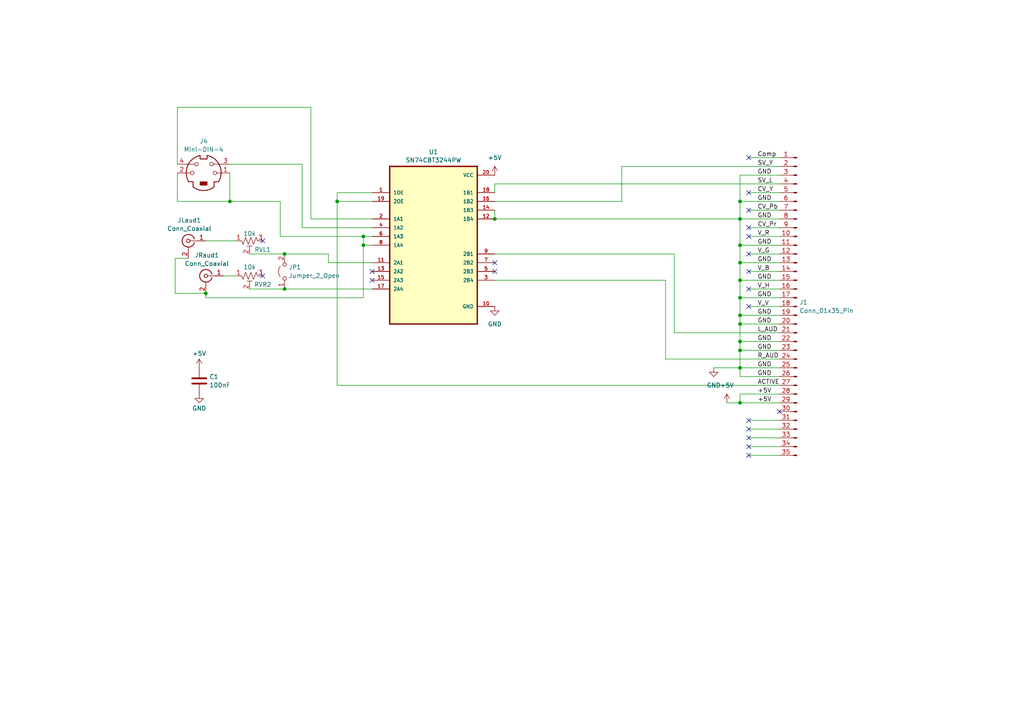
<source format=kicad_sch>
(kicad_sch
	(version 20231120)
	(generator "eeschema")
	(generator_version "8.0")
	(uuid "cd75e6d9-63a4-4b18-bef6-de039d47422a")
	(paper "A4")
	(lib_symbols
		(symbol "+5V_1"
			(power)
			(pin_numbers hide)
			(pin_names
				(offset 0) hide)
			(exclude_from_sim no)
			(in_bom yes)
			(on_board yes)
			(property "Reference" "#PWR"
				(at 0 -3.81 0)
				(effects
					(font
						(size 1.27 1.27)
					)
					(hide yes)
				)
			)
			(property "Value" "+5V"
				(at 0 3.556 0)
				(effects
					(font
						(size 1.27 1.27)
					)
				)
			)
			(property "Footprint" ""
				(at 0 0 0)
				(effects
					(font
						(size 1.27 1.27)
					)
					(hide yes)
				)
			)
			(property "Datasheet" ""
				(at 0 0 0)
				(effects
					(font
						(size 1.27 1.27)
					)
					(hide yes)
				)
			)
			(property "Description" "Power symbol creates a global label with name \"+5V\""
				(at 0 0 0)
				(effects
					(font
						(size 1.27 1.27)
					)
					(hide yes)
				)
			)
			(property "ki_keywords" "global power"
				(at 0 0 0)
				(effects
					(font
						(size 1.27 1.27)
					)
					(hide yes)
				)
			)
			(symbol "+5V_1_0_1"
				(polyline
					(pts
						(xy -0.762 1.27) (xy 0 2.54)
					)
					(stroke
						(width 0)
						(type default)
					)
					(fill
						(type none)
					)
				)
				(polyline
					(pts
						(xy 0 0) (xy 0 2.54)
					)
					(stroke
						(width 0)
						(type default)
					)
					(fill
						(type none)
					)
				)
				(polyline
					(pts
						(xy 0 2.54) (xy 0.762 1.27)
					)
					(stroke
						(width 0)
						(type default)
					)
					(fill
						(type none)
					)
				)
			)
			(symbol "+5V_1_1_1"
				(pin power_in line
					(at 0 0 90)
					(length 0)
					(name "~"
						(effects
							(font
								(size 1.27 1.27)
							)
						)
					)
					(number "1"
						(effects
							(font
								(size 1.27 1.27)
							)
						)
					)
				)
			)
		)
		(symbol "Connector:Conn_01x35_Pin"
			(pin_names
				(offset 1.016) hide)
			(exclude_from_sim no)
			(in_bom yes)
			(on_board yes)
			(property "Reference" "J"
				(at 0 45.72 0)
				(effects
					(font
						(size 1.27 1.27)
					)
				)
			)
			(property "Value" "Conn_01x35_Pin"
				(at 0 -45.72 0)
				(effects
					(font
						(size 1.27 1.27)
					)
				)
			)
			(property "Footprint" ""
				(at 0 0 0)
				(effects
					(font
						(size 1.27 1.27)
					)
					(hide yes)
				)
			)
			(property "Datasheet" "~"
				(at 0 0 0)
				(effects
					(font
						(size 1.27 1.27)
					)
					(hide yes)
				)
			)
			(property "Description" "Generic connector, single row, 01x35, script generated"
				(at 0 0 0)
				(effects
					(font
						(size 1.27 1.27)
					)
					(hide yes)
				)
			)
			(property "ki_locked" ""
				(at 0 0 0)
				(effects
					(font
						(size 1.27 1.27)
					)
				)
			)
			(property "ki_keywords" "connector"
				(at 0 0 0)
				(effects
					(font
						(size 1.27 1.27)
					)
					(hide yes)
				)
			)
			(property "ki_fp_filters" "Connector*:*_1x??_*"
				(at 0 0 0)
				(effects
					(font
						(size 1.27 1.27)
					)
					(hide yes)
				)
			)
			(symbol "Conn_01x35_Pin_1_1"
				(polyline
					(pts
						(xy 1.27 -43.18) (xy 0.8636 -43.18)
					)
					(stroke
						(width 0.1524)
						(type default)
					)
					(fill
						(type none)
					)
				)
				(polyline
					(pts
						(xy 1.27 -40.64) (xy 0.8636 -40.64)
					)
					(stroke
						(width 0.1524)
						(type default)
					)
					(fill
						(type none)
					)
				)
				(polyline
					(pts
						(xy 1.27 -38.1) (xy 0.8636 -38.1)
					)
					(stroke
						(width 0.1524)
						(type default)
					)
					(fill
						(type none)
					)
				)
				(polyline
					(pts
						(xy 1.27 -35.56) (xy 0.8636 -35.56)
					)
					(stroke
						(width 0.1524)
						(type default)
					)
					(fill
						(type none)
					)
				)
				(polyline
					(pts
						(xy 1.27 -33.02) (xy 0.8636 -33.02)
					)
					(stroke
						(width 0.1524)
						(type default)
					)
					(fill
						(type none)
					)
				)
				(polyline
					(pts
						(xy 1.27 -30.48) (xy 0.8636 -30.48)
					)
					(stroke
						(width 0.1524)
						(type default)
					)
					(fill
						(type none)
					)
				)
				(polyline
					(pts
						(xy 1.27 -27.94) (xy 0.8636 -27.94)
					)
					(stroke
						(width 0.1524)
						(type default)
					)
					(fill
						(type none)
					)
				)
				(polyline
					(pts
						(xy 1.27 -25.4) (xy 0.8636 -25.4)
					)
					(stroke
						(width 0.1524)
						(type default)
					)
					(fill
						(type none)
					)
				)
				(polyline
					(pts
						(xy 1.27 -22.86) (xy 0.8636 -22.86)
					)
					(stroke
						(width 0.1524)
						(type default)
					)
					(fill
						(type none)
					)
				)
				(polyline
					(pts
						(xy 1.27 -20.32) (xy 0.8636 -20.32)
					)
					(stroke
						(width 0.1524)
						(type default)
					)
					(fill
						(type none)
					)
				)
				(polyline
					(pts
						(xy 1.27 -17.78) (xy 0.8636 -17.78)
					)
					(stroke
						(width 0.1524)
						(type default)
					)
					(fill
						(type none)
					)
				)
				(polyline
					(pts
						(xy 1.27 -15.24) (xy 0.8636 -15.24)
					)
					(stroke
						(width 0.1524)
						(type default)
					)
					(fill
						(type none)
					)
				)
				(polyline
					(pts
						(xy 1.27 -12.7) (xy 0.8636 -12.7)
					)
					(stroke
						(width 0.1524)
						(type default)
					)
					(fill
						(type none)
					)
				)
				(polyline
					(pts
						(xy 1.27 -10.16) (xy 0.8636 -10.16)
					)
					(stroke
						(width 0.1524)
						(type default)
					)
					(fill
						(type none)
					)
				)
				(polyline
					(pts
						(xy 1.27 -7.62) (xy 0.8636 -7.62)
					)
					(stroke
						(width 0.1524)
						(type default)
					)
					(fill
						(type none)
					)
				)
				(polyline
					(pts
						(xy 1.27 -5.08) (xy 0.8636 -5.08)
					)
					(stroke
						(width 0.1524)
						(type default)
					)
					(fill
						(type none)
					)
				)
				(polyline
					(pts
						(xy 1.27 -2.54) (xy 0.8636 -2.54)
					)
					(stroke
						(width 0.1524)
						(type default)
					)
					(fill
						(type none)
					)
				)
				(polyline
					(pts
						(xy 1.27 0) (xy 0.8636 0)
					)
					(stroke
						(width 0.1524)
						(type default)
					)
					(fill
						(type none)
					)
				)
				(polyline
					(pts
						(xy 1.27 2.54) (xy 0.8636 2.54)
					)
					(stroke
						(width 0.1524)
						(type default)
					)
					(fill
						(type none)
					)
				)
				(polyline
					(pts
						(xy 1.27 5.08) (xy 0.8636 5.08)
					)
					(stroke
						(width 0.1524)
						(type default)
					)
					(fill
						(type none)
					)
				)
				(polyline
					(pts
						(xy 1.27 7.62) (xy 0.8636 7.62)
					)
					(stroke
						(width 0.1524)
						(type default)
					)
					(fill
						(type none)
					)
				)
				(polyline
					(pts
						(xy 1.27 10.16) (xy 0.8636 10.16)
					)
					(stroke
						(width 0.1524)
						(type default)
					)
					(fill
						(type none)
					)
				)
				(polyline
					(pts
						(xy 1.27 12.7) (xy 0.8636 12.7)
					)
					(stroke
						(width 0.1524)
						(type default)
					)
					(fill
						(type none)
					)
				)
				(polyline
					(pts
						(xy 1.27 15.24) (xy 0.8636 15.24)
					)
					(stroke
						(width 0.1524)
						(type default)
					)
					(fill
						(type none)
					)
				)
				(polyline
					(pts
						(xy 1.27 17.78) (xy 0.8636 17.78)
					)
					(stroke
						(width 0.1524)
						(type default)
					)
					(fill
						(type none)
					)
				)
				(polyline
					(pts
						(xy 1.27 20.32) (xy 0.8636 20.32)
					)
					(stroke
						(width 0.1524)
						(type default)
					)
					(fill
						(type none)
					)
				)
				(polyline
					(pts
						(xy 1.27 22.86) (xy 0.8636 22.86)
					)
					(stroke
						(width 0.1524)
						(type default)
					)
					(fill
						(type none)
					)
				)
				(polyline
					(pts
						(xy 1.27 25.4) (xy 0.8636 25.4)
					)
					(stroke
						(width 0.1524)
						(type default)
					)
					(fill
						(type none)
					)
				)
				(polyline
					(pts
						(xy 1.27 27.94) (xy 0.8636 27.94)
					)
					(stroke
						(width 0.1524)
						(type default)
					)
					(fill
						(type none)
					)
				)
				(polyline
					(pts
						(xy 1.27 30.48) (xy 0.8636 30.48)
					)
					(stroke
						(width 0.1524)
						(type default)
					)
					(fill
						(type none)
					)
				)
				(polyline
					(pts
						(xy 1.27 33.02) (xy 0.8636 33.02)
					)
					(stroke
						(width 0.1524)
						(type default)
					)
					(fill
						(type none)
					)
				)
				(polyline
					(pts
						(xy 1.27 35.56) (xy 0.8636 35.56)
					)
					(stroke
						(width 0.1524)
						(type default)
					)
					(fill
						(type none)
					)
				)
				(polyline
					(pts
						(xy 1.27 38.1) (xy 0.8636 38.1)
					)
					(stroke
						(width 0.1524)
						(type default)
					)
					(fill
						(type none)
					)
				)
				(polyline
					(pts
						(xy 1.27 40.64) (xy 0.8636 40.64)
					)
					(stroke
						(width 0.1524)
						(type default)
					)
					(fill
						(type none)
					)
				)
				(polyline
					(pts
						(xy 1.27 43.18) (xy 0.8636 43.18)
					)
					(stroke
						(width 0.1524)
						(type default)
					)
					(fill
						(type none)
					)
				)
				(rectangle
					(start 0.8636 -43.053)
					(end 0 -43.307)
					(stroke
						(width 0.1524)
						(type default)
					)
					(fill
						(type outline)
					)
				)
				(rectangle
					(start 0.8636 -40.513)
					(end 0 -40.767)
					(stroke
						(width 0.1524)
						(type default)
					)
					(fill
						(type outline)
					)
				)
				(rectangle
					(start 0.8636 -37.973)
					(end 0 -38.227)
					(stroke
						(width 0.1524)
						(type default)
					)
					(fill
						(type outline)
					)
				)
				(rectangle
					(start 0.8636 -35.433)
					(end 0 -35.687)
					(stroke
						(width 0.1524)
						(type default)
					)
					(fill
						(type outline)
					)
				)
				(rectangle
					(start 0.8636 -32.893)
					(end 0 -33.147)
					(stroke
						(width 0.1524)
						(type default)
					)
					(fill
						(type outline)
					)
				)
				(rectangle
					(start 0.8636 -30.353)
					(end 0 -30.607)
					(stroke
						(width 0.1524)
						(type default)
					)
					(fill
						(type outline)
					)
				)
				(rectangle
					(start 0.8636 -27.813)
					(end 0 -28.067)
					(stroke
						(width 0.1524)
						(type default)
					)
					(fill
						(type outline)
					)
				)
				(rectangle
					(start 0.8636 -25.273)
					(end 0 -25.527)
					(stroke
						(width 0.1524)
						(type default)
					)
					(fill
						(type outline)
					)
				)
				(rectangle
					(start 0.8636 -22.733)
					(end 0 -22.987)
					(stroke
						(width 0.1524)
						(type default)
					)
					(fill
						(type outline)
					)
				)
				(rectangle
					(start 0.8636 -20.193)
					(end 0 -20.447)
					(stroke
						(width 0.1524)
						(type default)
					)
					(fill
						(type outline)
					)
				)
				(rectangle
					(start 0.8636 -17.653)
					(end 0 -17.907)
					(stroke
						(width 0.1524)
						(type default)
					)
					(fill
						(type outline)
					)
				)
				(rectangle
					(start 0.8636 -15.113)
					(end 0 -15.367)
					(stroke
						(width 0.1524)
						(type default)
					)
					(fill
						(type outline)
					)
				)
				(rectangle
					(start 0.8636 -12.573)
					(end 0 -12.827)
					(stroke
						(width 0.1524)
						(type default)
					)
					(fill
						(type outline)
					)
				)
				(rectangle
					(start 0.8636 -10.033)
					(end 0 -10.287)
					(stroke
						(width 0.1524)
						(type default)
					)
					(fill
						(type outline)
					)
				)
				(rectangle
					(start 0.8636 -7.493)
					(end 0 -7.747)
					(stroke
						(width 0.1524)
						(type default)
					)
					(fill
						(type outline)
					)
				)
				(rectangle
					(start 0.8636 -4.953)
					(end 0 -5.207)
					(stroke
						(width 0.1524)
						(type default)
					)
					(fill
						(type outline)
					)
				)
				(rectangle
					(start 0.8636 -2.413)
					(end 0 -2.667)
					(stroke
						(width 0.1524)
						(type default)
					)
					(fill
						(type outline)
					)
				)
				(rectangle
					(start 0.8636 0.127)
					(end 0 -0.127)
					(stroke
						(width 0.1524)
						(type default)
					)
					(fill
						(type outline)
					)
				)
				(rectangle
					(start 0.8636 2.667)
					(end 0 2.413)
					(stroke
						(width 0.1524)
						(type default)
					)
					(fill
						(type outline)
					)
				)
				(rectangle
					(start 0.8636 5.207)
					(end 0 4.953)
					(stroke
						(width 0.1524)
						(type default)
					)
					(fill
						(type outline)
					)
				)
				(rectangle
					(start 0.8636 7.747)
					(end 0 7.493)
					(stroke
						(width 0.1524)
						(type default)
					)
					(fill
						(type outline)
					)
				)
				(rectangle
					(start 0.8636 10.287)
					(end 0 10.033)
					(stroke
						(width 0.1524)
						(type default)
					)
					(fill
						(type outline)
					)
				)
				(rectangle
					(start 0.8636 12.827)
					(end 0 12.573)
					(stroke
						(width 0.1524)
						(type default)
					)
					(fill
						(type outline)
					)
				)
				(rectangle
					(start 0.8636 15.367)
					(end 0 15.113)
					(stroke
						(width 0.1524)
						(type default)
					)
					(fill
						(type outline)
					)
				)
				(rectangle
					(start 0.8636 17.907)
					(end 0 17.653)
					(stroke
						(width 0.1524)
						(type default)
					)
					(fill
						(type outline)
					)
				)
				(rectangle
					(start 0.8636 20.447)
					(end 0 20.193)
					(stroke
						(width 0.1524)
						(type default)
					)
					(fill
						(type outline)
					)
				)
				(rectangle
					(start 0.8636 22.987)
					(end 0 22.733)
					(stroke
						(width 0.1524)
						(type default)
					)
					(fill
						(type outline)
					)
				)
				(rectangle
					(start 0.8636 25.527)
					(end 0 25.273)
					(stroke
						(width 0.1524)
						(type default)
					)
					(fill
						(type outline)
					)
				)
				(rectangle
					(start 0.8636 28.067)
					(end 0 27.813)
					(stroke
						(width 0.1524)
						(type default)
					)
					(fill
						(type outline)
					)
				)
				(rectangle
					(start 0.8636 30.607)
					(end 0 30.353)
					(stroke
						(width 0.1524)
						(type default)
					)
					(fill
						(type outline)
					)
				)
				(rectangle
					(start 0.8636 33.147)
					(end 0 32.893)
					(stroke
						(width 0.1524)
						(type default)
					)
					(fill
						(type outline)
					)
				)
				(rectangle
					(start 0.8636 35.687)
					(end 0 35.433)
					(stroke
						(width 0.1524)
						(type default)
					)
					(fill
						(type outline)
					)
				)
				(rectangle
					(start 0.8636 38.227)
					(end 0 37.973)
					(stroke
						(width 0.1524)
						(type default)
					)
					(fill
						(type outline)
					)
				)
				(rectangle
					(start 0.8636 40.767)
					(end 0 40.513)
					(stroke
						(width 0.1524)
						(type default)
					)
					(fill
						(type outline)
					)
				)
				(rectangle
					(start 0.8636 43.307)
					(end 0 43.053)
					(stroke
						(width 0.1524)
						(type default)
					)
					(fill
						(type outline)
					)
				)
				(pin passive line
					(at 5.08 43.18 180)
					(length 3.81)
					(name "Pin_1"
						(effects
							(font
								(size 1.27 1.27)
							)
						)
					)
					(number "1"
						(effects
							(font
								(size 1.27 1.27)
							)
						)
					)
				)
				(pin passive line
					(at 5.08 20.32 180)
					(length 3.81)
					(name "Pin_10"
						(effects
							(font
								(size 1.27 1.27)
							)
						)
					)
					(number "10"
						(effects
							(font
								(size 1.27 1.27)
							)
						)
					)
				)
				(pin passive line
					(at 5.08 17.78 180)
					(length 3.81)
					(name "Pin_11"
						(effects
							(font
								(size 1.27 1.27)
							)
						)
					)
					(number "11"
						(effects
							(font
								(size 1.27 1.27)
							)
						)
					)
				)
				(pin passive line
					(at 5.08 15.24 180)
					(length 3.81)
					(name "Pin_12"
						(effects
							(font
								(size 1.27 1.27)
							)
						)
					)
					(number "12"
						(effects
							(font
								(size 1.27 1.27)
							)
						)
					)
				)
				(pin passive line
					(at 5.08 12.7 180)
					(length 3.81)
					(name "Pin_13"
						(effects
							(font
								(size 1.27 1.27)
							)
						)
					)
					(number "13"
						(effects
							(font
								(size 1.27 1.27)
							)
						)
					)
				)
				(pin passive line
					(at 5.08 10.16 180)
					(length 3.81)
					(name "Pin_14"
						(effects
							(font
								(size 1.27 1.27)
							)
						)
					)
					(number "14"
						(effects
							(font
								(size 1.27 1.27)
							)
						)
					)
				)
				(pin passive line
					(at 5.08 7.62 180)
					(length 3.81)
					(name "Pin_15"
						(effects
							(font
								(size 1.27 1.27)
							)
						)
					)
					(number "15"
						(effects
							(font
								(size 1.27 1.27)
							)
						)
					)
				)
				(pin passive line
					(at 5.08 5.08 180)
					(length 3.81)
					(name "Pin_16"
						(effects
							(font
								(size 1.27 1.27)
							)
						)
					)
					(number "16"
						(effects
							(font
								(size 1.27 1.27)
							)
						)
					)
				)
				(pin passive line
					(at 5.08 2.54 180)
					(length 3.81)
					(name "Pin_17"
						(effects
							(font
								(size 1.27 1.27)
							)
						)
					)
					(number "17"
						(effects
							(font
								(size 1.27 1.27)
							)
						)
					)
				)
				(pin passive line
					(at 5.08 0 180)
					(length 3.81)
					(name "Pin_18"
						(effects
							(font
								(size 1.27 1.27)
							)
						)
					)
					(number "18"
						(effects
							(font
								(size 1.27 1.27)
							)
						)
					)
				)
				(pin passive line
					(at 5.08 -2.54 180)
					(length 3.81)
					(name "Pin_19"
						(effects
							(font
								(size 1.27 1.27)
							)
						)
					)
					(number "19"
						(effects
							(font
								(size 1.27 1.27)
							)
						)
					)
				)
				(pin passive line
					(at 5.08 40.64 180)
					(length 3.81)
					(name "Pin_2"
						(effects
							(font
								(size 1.27 1.27)
							)
						)
					)
					(number "2"
						(effects
							(font
								(size 1.27 1.27)
							)
						)
					)
				)
				(pin passive line
					(at 5.08 -5.08 180)
					(length 3.81)
					(name "Pin_20"
						(effects
							(font
								(size 1.27 1.27)
							)
						)
					)
					(number "20"
						(effects
							(font
								(size 1.27 1.27)
							)
						)
					)
				)
				(pin passive line
					(at 5.08 -7.62 180)
					(length 3.81)
					(name "Pin_21"
						(effects
							(font
								(size 1.27 1.27)
							)
						)
					)
					(number "21"
						(effects
							(font
								(size 1.27 1.27)
							)
						)
					)
				)
				(pin passive line
					(at 5.08 -10.16 180)
					(length 3.81)
					(name "Pin_22"
						(effects
							(font
								(size 1.27 1.27)
							)
						)
					)
					(number "22"
						(effects
							(font
								(size 1.27 1.27)
							)
						)
					)
				)
				(pin passive line
					(at 5.08 -12.7 180)
					(length 3.81)
					(name "Pin_23"
						(effects
							(font
								(size 1.27 1.27)
							)
						)
					)
					(number "23"
						(effects
							(font
								(size 1.27 1.27)
							)
						)
					)
				)
				(pin passive line
					(at 5.08 -15.24 180)
					(length 3.81)
					(name "Pin_24"
						(effects
							(font
								(size 1.27 1.27)
							)
						)
					)
					(number "24"
						(effects
							(font
								(size 1.27 1.27)
							)
						)
					)
				)
				(pin passive line
					(at 5.08 -17.78 180)
					(length 3.81)
					(name "Pin_25"
						(effects
							(font
								(size 1.27 1.27)
							)
						)
					)
					(number "25"
						(effects
							(font
								(size 1.27 1.27)
							)
						)
					)
				)
				(pin passive line
					(at 5.08 -20.32 180)
					(length 3.81)
					(name "Pin_26"
						(effects
							(font
								(size 1.27 1.27)
							)
						)
					)
					(number "26"
						(effects
							(font
								(size 1.27 1.27)
							)
						)
					)
				)
				(pin passive line
					(at 5.08 -22.86 180)
					(length 3.81)
					(name "Pin_27"
						(effects
							(font
								(size 1.27 1.27)
							)
						)
					)
					(number "27"
						(effects
							(font
								(size 1.27 1.27)
							)
						)
					)
				)
				(pin passive line
					(at 5.08 -25.4 180)
					(length 3.81)
					(name "Pin_28"
						(effects
							(font
								(size 1.27 1.27)
							)
						)
					)
					(number "28"
						(effects
							(font
								(size 1.27 1.27)
							)
						)
					)
				)
				(pin passive line
					(at 5.08 -27.94 180)
					(length 3.81)
					(name "Pin_29"
						(effects
							(font
								(size 1.27 1.27)
							)
						)
					)
					(number "29"
						(effects
							(font
								(size 1.27 1.27)
							)
						)
					)
				)
				(pin passive line
					(at 5.08 38.1 180)
					(length 3.81)
					(name "Pin_3"
						(effects
							(font
								(size 1.27 1.27)
							)
						)
					)
					(number "3"
						(effects
							(font
								(size 1.27 1.27)
							)
						)
					)
				)
				(pin passive line
					(at 5.08 -30.48 180)
					(length 3.81)
					(name "Pin_30"
						(effects
							(font
								(size 1.27 1.27)
							)
						)
					)
					(number "30"
						(effects
							(font
								(size 1.27 1.27)
							)
						)
					)
				)
				(pin passive line
					(at 5.08 -33.02 180)
					(length 3.81)
					(name "Pin_31"
						(effects
							(font
								(size 1.27 1.27)
							)
						)
					)
					(number "31"
						(effects
							(font
								(size 1.27 1.27)
							)
						)
					)
				)
				(pin passive line
					(at 5.08 -35.56 180)
					(length 3.81)
					(name "Pin_32"
						(effects
							(font
								(size 1.27 1.27)
							)
						)
					)
					(number "32"
						(effects
							(font
								(size 1.27 1.27)
							)
						)
					)
				)
				(pin passive line
					(at 5.08 -38.1 180)
					(length 3.81)
					(name "Pin_33"
						(effects
							(font
								(size 1.27 1.27)
							)
						)
					)
					(number "33"
						(effects
							(font
								(size 1.27 1.27)
							)
						)
					)
				)
				(pin passive line
					(at 5.08 -40.64 180)
					(length 3.81)
					(name "Pin_34"
						(effects
							(font
								(size 1.27 1.27)
							)
						)
					)
					(number "34"
						(effects
							(font
								(size 1.27 1.27)
							)
						)
					)
				)
				(pin passive line
					(at 5.08 -43.18 180)
					(length 3.81)
					(name "Pin_35"
						(effects
							(font
								(size 1.27 1.27)
							)
						)
					)
					(number "35"
						(effects
							(font
								(size 1.27 1.27)
							)
						)
					)
				)
				(pin passive line
					(at 5.08 35.56 180)
					(length 3.81)
					(name "Pin_4"
						(effects
							(font
								(size 1.27 1.27)
							)
						)
					)
					(number "4"
						(effects
							(font
								(size 1.27 1.27)
							)
						)
					)
				)
				(pin passive line
					(at 5.08 33.02 180)
					(length 3.81)
					(name "Pin_5"
						(effects
							(font
								(size 1.27 1.27)
							)
						)
					)
					(number "5"
						(effects
							(font
								(size 1.27 1.27)
							)
						)
					)
				)
				(pin passive line
					(at 5.08 30.48 180)
					(length 3.81)
					(name "Pin_6"
						(effects
							(font
								(size 1.27 1.27)
							)
						)
					)
					(number "6"
						(effects
							(font
								(size 1.27 1.27)
							)
						)
					)
				)
				(pin passive line
					(at 5.08 27.94 180)
					(length 3.81)
					(name "Pin_7"
						(effects
							(font
								(size 1.27 1.27)
							)
						)
					)
					(number "7"
						(effects
							(font
								(size 1.27 1.27)
							)
						)
					)
				)
				(pin passive line
					(at 5.08 25.4 180)
					(length 3.81)
					(name "Pin_8"
						(effects
							(font
								(size 1.27 1.27)
							)
						)
					)
					(number "8"
						(effects
							(font
								(size 1.27 1.27)
							)
						)
					)
				)
				(pin passive line
					(at 5.08 22.86 180)
					(length 3.81)
					(name "Pin_9"
						(effects
							(font
								(size 1.27 1.27)
							)
						)
					)
					(number "9"
						(effects
							(font
								(size 1.27 1.27)
							)
						)
					)
				)
			)
		)
		(symbol "Connector:Conn_Coaxial"
			(pin_names
				(offset 1.016) hide)
			(exclude_from_sim no)
			(in_bom yes)
			(on_board yes)
			(property "Reference" "J"
				(at 0.254 3.048 0)
				(effects
					(font
						(size 1.27 1.27)
					)
				)
			)
			(property "Value" "Conn_Coaxial"
				(at 2.921 0 90)
				(effects
					(font
						(size 1.27 1.27)
					)
				)
			)
			(property "Footprint" ""
				(at 0 0 0)
				(effects
					(font
						(size 1.27 1.27)
					)
					(hide yes)
				)
			)
			(property "Datasheet" "~"
				(at 0 0 0)
				(effects
					(font
						(size 1.27 1.27)
					)
					(hide yes)
				)
			)
			(property "Description" "coaxial connector (BNC, SMA, SMB, SMC, Cinch/RCA, LEMO, ...)"
				(at 0 0 0)
				(effects
					(font
						(size 1.27 1.27)
					)
					(hide yes)
				)
			)
			(property "ki_keywords" "BNC SMA SMB SMC LEMO coaxial connector CINCH RCA MCX MMCX U.FL UMRF"
				(at 0 0 0)
				(effects
					(font
						(size 1.27 1.27)
					)
					(hide yes)
				)
			)
			(property "ki_fp_filters" "*BNC* *SMA* *SMB* *SMC* *Cinch* *LEMO* *UMRF* *MCX* *U.FL*"
				(at 0 0 0)
				(effects
					(font
						(size 1.27 1.27)
					)
					(hide yes)
				)
			)
			(symbol "Conn_Coaxial_0_1"
				(arc
					(start -1.778 -0.508)
					(mid 0.2311 -1.8066)
					(end 1.778 0)
					(stroke
						(width 0.254)
						(type default)
					)
					(fill
						(type none)
					)
				)
				(polyline
					(pts
						(xy -2.54 0) (xy -0.508 0)
					)
					(stroke
						(width 0)
						(type default)
					)
					(fill
						(type none)
					)
				)
				(polyline
					(pts
						(xy 0 -2.54) (xy 0 -1.778)
					)
					(stroke
						(width 0)
						(type default)
					)
					(fill
						(type none)
					)
				)
				(circle
					(center 0 0)
					(radius 0.508)
					(stroke
						(width 0.2032)
						(type default)
					)
					(fill
						(type none)
					)
				)
				(arc
					(start 1.778 0)
					(mid 0.2099 1.8101)
					(end -1.778 0.508)
					(stroke
						(width 0.254)
						(type default)
					)
					(fill
						(type none)
					)
				)
			)
			(symbol "Conn_Coaxial_1_1"
				(pin passive line
					(at -5.08 0 0)
					(length 2.54)
					(name "In"
						(effects
							(font
								(size 1.27 1.27)
							)
						)
					)
					(number "1"
						(effects
							(font
								(size 1.27 1.27)
							)
						)
					)
				)
				(pin passive line
					(at 0 -5.08 90)
					(length 2.54)
					(name "Ext"
						(effects
							(font
								(size 1.27 1.27)
							)
						)
					)
					(number "2"
						(effects
							(font
								(size 1.27 1.27)
							)
						)
					)
				)
			)
		)
		(symbol "Connector:Mini-DIN-4"
			(pin_names
				(offset 1.016)
			)
			(exclude_from_sim no)
			(in_bom yes)
			(on_board yes)
			(property "Reference" "J"
				(at 0 6.35 0)
				(effects
					(font
						(size 1.27 1.27)
					)
				)
			)
			(property "Value" "Mini-DIN-4"
				(at 0 -6.35 0)
				(effects
					(font
						(size 1.27 1.27)
					)
				)
			)
			(property "Footprint" ""
				(at 0 0 0)
				(effects
					(font
						(size 1.27 1.27)
					)
					(hide yes)
				)
			)
			(property "Datasheet" "http://service.powerdynamics.com/ec/Catalog17/Section%2011.pdf"
				(at 0 0 0)
				(effects
					(font
						(size 1.27 1.27)
					)
					(hide yes)
				)
			)
			(property "Description" "4-pin Mini-DIN connector"
				(at 0 0 0)
				(effects
					(font
						(size 1.27 1.27)
					)
					(hide yes)
				)
			)
			(property "ki_keywords" "Mini-DIN"
				(at 0 0 0)
				(effects
					(font
						(size 1.27 1.27)
					)
					(hide yes)
				)
			)
			(property "ki_fp_filters" "MINI?DIN*"
				(at 0 0 0)
				(effects
					(font
						(size 1.27 1.27)
					)
					(hide yes)
				)
			)
			(symbol "Mini-DIN-4_0_1"
				(circle
					(center -3.302 0)
					(radius 0.508)
					(stroke
						(width 0)
						(type default)
					)
					(fill
						(type none)
					)
				)
				(arc
					(start -3.048 -4.064)
					(mid 0 -5.08)
					(end 3.048 -4.064)
					(stroke
						(width 0.254)
						(type default)
					)
					(fill
						(type none)
					)
				)
				(circle
					(center -2.032 2.54)
					(radius 0.508)
					(stroke
						(width 0)
						(type default)
					)
					(fill
						(type none)
					)
				)
				(rectangle
					(start -1.016 -2.54)
					(end 1.016 -3.556)
					(stroke
						(width 0)
						(type default)
					)
					(fill
						(type outline)
					)
				)
				(arc
					(start -1.016 5.08)
					(mid -4.6228 2.1214)
					(end -4.318 -2.54)
					(stroke
						(width 0.254)
						(type default)
					)
					(fill
						(type none)
					)
				)
				(polyline
					(pts
						(xy -3.81 0) (xy -5.08 0)
					)
					(stroke
						(width 0)
						(type default)
					)
					(fill
						(type none)
					)
				)
				(polyline
					(pts
						(xy -2.54 2.54) (xy -5.08 2.54)
					)
					(stroke
						(width 0)
						(type default)
					)
					(fill
						(type none)
					)
				)
				(polyline
					(pts
						(xy 2.794 2.54) (xy 5.08 2.54)
					)
					(stroke
						(width 0)
						(type default)
					)
					(fill
						(type none)
					)
				)
				(polyline
					(pts
						(xy 5.08 0) (xy 3.81 0)
					)
					(stroke
						(width 0)
						(type default)
					)
					(fill
						(type none)
					)
				)
				(polyline
					(pts
						(xy -4.318 -2.54) (xy -3.048 -2.54) (xy -3.048 -4.064)
					)
					(stroke
						(width 0.254)
						(type default)
					)
					(fill
						(type none)
					)
				)
				(polyline
					(pts
						(xy 4.318 -2.54) (xy 3.048 -2.54) (xy 3.048 -4.064)
					)
					(stroke
						(width 0.254)
						(type default)
					)
					(fill
						(type none)
					)
				)
				(polyline
					(pts
						(xy -1.016 5.08) (xy -1.016 4.064) (xy 1.016 4.064) (xy 1.016 5.08)
					)
					(stroke
						(width 0.254)
						(type default)
					)
					(fill
						(type none)
					)
				)
				(circle
					(center 2.286 2.54)
					(radius 0.508)
					(stroke
						(width 0)
						(type default)
					)
					(fill
						(type none)
					)
				)
				(circle
					(center 3.302 0)
					(radius 0.508)
					(stroke
						(width 0)
						(type default)
					)
					(fill
						(type none)
					)
				)
				(arc
					(start 4.318 -2.54)
					(mid 4.6661 2.1322)
					(end 1.016 5.08)
					(stroke
						(width 0.254)
						(type default)
					)
					(fill
						(type none)
					)
				)
			)
			(symbol "Mini-DIN-4_1_1"
				(pin passive line
					(at 7.62 0 180)
					(length 2.54)
					(name "~"
						(effects
							(font
								(size 1.27 1.27)
							)
						)
					)
					(number "1"
						(effects
							(font
								(size 1.27 1.27)
							)
						)
					)
				)
				(pin passive line
					(at -7.62 0 0)
					(length 2.54)
					(name "~"
						(effects
							(font
								(size 1.27 1.27)
							)
						)
					)
					(number "2"
						(effects
							(font
								(size 1.27 1.27)
							)
						)
					)
				)
				(pin passive line
					(at 7.62 2.54 180)
					(length 2.54)
					(name "~"
						(effects
							(font
								(size 1.27 1.27)
							)
						)
					)
					(number "3"
						(effects
							(font
								(size 1.27 1.27)
							)
						)
					)
				)
				(pin passive line
					(at -7.62 2.54 0)
					(length 2.54)
					(name "~"
						(effects
							(font
								(size 1.27 1.27)
							)
						)
					)
					(number "4"
						(effects
							(font
								(size 1.27 1.27)
							)
						)
					)
				)
			)
		)
		(symbol "Device:C"
			(pin_numbers hide)
			(pin_names
				(offset 0.254)
			)
			(exclude_from_sim no)
			(in_bom yes)
			(on_board yes)
			(property "Reference" "C"
				(at 0.635 2.54 0)
				(effects
					(font
						(size 1.27 1.27)
					)
					(justify left)
				)
			)
			(property "Value" "C"
				(at 0.635 -2.54 0)
				(effects
					(font
						(size 1.27 1.27)
					)
					(justify left)
				)
			)
			(property "Footprint" ""
				(at 0.9652 -3.81 0)
				(effects
					(font
						(size 1.27 1.27)
					)
					(hide yes)
				)
			)
			(property "Datasheet" "~"
				(at 0 0 0)
				(effects
					(font
						(size 1.27 1.27)
					)
					(hide yes)
				)
			)
			(property "Description" "Unpolarized capacitor"
				(at 0 0 0)
				(effects
					(font
						(size 1.27 1.27)
					)
					(hide yes)
				)
			)
			(property "ki_keywords" "cap capacitor"
				(at 0 0 0)
				(effects
					(font
						(size 1.27 1.27)
					)
					(hide yes)
				)
			)
			(property "ki_fp_filters" "C_*"
				(at 0 0 0)
				(effects
					(font
						(size 1.27 1.27)
					)
					(hide yes)
				)
			)
			(symbol "C_0_1"
				(polyline
					(pts
						(xy -2.032 -0.762) (xy 2.032 -0.762)
					)
					(stroke
						(width 0.508)
						(type default)
					)
					(fill
						(type none)
					)
				)
				(polyline
					(pts
						(xy -2.032 0.762) (xy 2.032 0.762)
					)
					(stroke
						(width 0.508)
						(type default)
					)
					(fill
						(type none)
					)
				)
			)
			(symbol "C_1_1"
				(pin passive line
					(at 0 3.81 270)
					(length 2.794)
					(name "~"
						(effects
							(font
								(size 1.27 1.27)
							)
						)
					)
					(number "1"
						(effects
							(font
								(size 1.27 1.27)
							)
						)
					)
				)
				(pin passive line
					(at 0 -3.81 90)
					(length 2.794)
					(name "~"
						(effects
							(font
								(size 1.27 1.27)
							)
						)
					)
					(number "2"
						(effects
							(font
								(size 1.27 1.27)
							)
						)
					)
				)
			)
		)
		(symbol "Device:R_Potentiometer_Trim_US"
			(pin_names
				(offset 1.016) hide)
			(exclude_from_sim no)
			(in_bom yes)
			(on_board yes)
			(property "Reference" "RV"
				(at -4.445 0 90)
				(effects
					(font
						(size 1.27 1.27)
					)
				)
			)
			(property "Value" "R_Potentiometer_Trim_US"
				(at -2.54 0 90)
				(effects
					(font
						(size 1.27 1.27)
					)
				)
			)
			(property "Footprint" ""
				(at 0 0 0)
				(effects
					(font
						(size 1.27 1.27)
					)
					(hide yes)
				)
			)
			(property "Datasheet" "~"
				(at 0 0 0)
				(effects
					(font
						(size 1.27 1.27)
					)
					(hide yes)
				)
			)
			(property "Description" "Trim-potentiometer, US symbol"
				(at 0 0 0)
				(effects
					(font
						(size 1.27 1.27)
					)
					(hide yes)
				)
			)
			(property "ki_keywords" "resistor variable trimpot trimmer"
				(at 0 0 0)
				(effects
					(font
						(size 1.27 1.27)
					)
					(hide yes)
				)
			)
			(property "ki_fp_filters" "Potentiometer*"
				(at 0 0 0)
				(effects
					(font
						(size 1.27 1.27)
					)
					(hide yes)
				)
			)
			(symbol "R_Potentiometer_Trim_US_0_1"
				(polyline
					(pts
						(xy 0 -2.286) (xy 0 -2.54)
					)
					(stroke
						(width 0)
						(type default)
					)
					(fill
						(type none)
					)
				)
				(polyline
					(pts
						(xy 0 2.286) (xy 0 2.54)
					)
					(stroke
						(width 0)
						(type default)
					)
					(fill
						(type none)
					)
				)
				(polyline
					(pts
						(xy 1.524 0.762) (xy 1.524 -0.762)
					)
					(stroke
						(width 0)
						(type default)
					)
					(fill
						(type none)
					)
				)
				(polyline
					(pts
						(xy 2.54 0) (xy 1.524 0)
					)
					(stroke
						(width 0)
						(type default)
					)
					(fill
						(type none)
					)
				)
				(polyline
					(pts
						(xy 0 -0.762) (xy 1.016 -1.143) (xy 0 -1.524) (xy -1.016 -1.905) (xy 0 -2.286)
					)
					(stroke
						(width 0)
						(type default)
					)
					(fill
						(type none)
					)
				)
				(polyline
					(pts
						(xy 0 0.762) (xy 1.016 0.381) (xy 0 0) (xy -1.016 -0.381) (xy 0 -0.762)
					)
					(stroke
						(width 0)
						(type default)
					)
					(fill
						(type none)
					)
				)
				(polyline
					(pts
						(xy 0 2.286) (xy 1.016 1.905) (xy 0 1.524) (xy -1.016 1.143) (xy 0 0.762)
					)
					(stroke
						(width 0)
						(type default)
					)
					(fill
						(type none)
					)
				)
			)
			(symbol "R_Potentiometer_Trim_US_1_1"
				(pin passive line
					(at 0 3.81 270)
					(length 1.27)
					(name "1"
						(effects
							(font
								(size 1.27 1.27)
							)
						)
					)
					(number "1"
						(effects
							(font
								(size 1.27 1.27)
							)
						)
					)
				)
				(pin passive line
					(at 3.81 0 180)
					(length 1.27)
					(name "2"
						(effects
							(font
								(size 1.27 1.27)
							)
						)
					)
					(number "2"
						(effects
							(font
								(size 1.27 1.27)
							)
						)
					)
				)
				(pin passive line
					(at 0 -3.81 90)
					(length 1.27)
					(name "3"
						(effects
							(font
								(size 1.27 1.27)
							)
						)
					)
					(number "3"
						(effects
							(font
								(size 1.27 1.27)
							)
						)
					)
				)
			)
		)
		(symbol "GND_2"
			(power)
			(pin_numbers hide)
			(pin_names
				(offset 0) hide)
			(exclude_from_sim no)
			(in_bom yes)
			(on_board yes)
			(property "Reference" "#PWR"
				(at 0 -6.35 0)
				(effects
					(font
						(size 1.27 1.27)
					)
					(hide yes)
				)
			)
			(property "Value" "GND"
				(at 0 -3.81 0)
				(effects
					(font
						(size 1.27 1.27)
					)
				)
			)
			(property "Footprint" ""
				(at 0 0 0)
				(effects
					(font
						(size 1.27 1.27)
					)
					(hide yes)
				)
			)
			(property "Datasheet" ""
				(at 0 0 0)
				(effects
					(font
						(size 1.27 1.27)
					)
					(hide yes)
				)
			)
			(property "Description" "Power symbol creates a global label with name \"GND\" , ground"
				(at 0 0 0)
				(effects
					(font
						(size 1.27 1.27)
					)
					(hide yes)
				)
			)
			(property "ki_keywords" "global power"
				(at 0 0 0)
				(effects
					(font
						(size 1.27 1.27)
					)
					(hide yes)
				)
			)
			(symbol "GND_2_0_1"
				(polyline
					(pts
						(xy 0 0) (xy 0 -1.27) (xy 1.27 -1.27) (xy 0 -2.54) (xy -1.27 -1.27) (xy 0 -1.27)
					)
					(stroke
						(width 0)
						(type default)
					)
					(fill
						(type none)
					)
				)
			)
			(symbol "GND_2_1_1"
				(pin power_in line
					(at 0 0 270)
					(length 0)
					(name "~"
						(effects
							(font
								(size 1.27 1.27)
							)
						)
					)
					(number "1"
						(effects
							(font
								(size 1.27 1.27)
							)
						)
					)
				)
			)
		)
		(symbol "Jumper:Jumper_2_Open"
			(pin_names
				(offset 0) hide)
			(exclude_from_sim no)
			(in_bom yes)
			(on_board yes)
			(property "Reference" "JP"
				(at 0 2.794 0)
				(effects
					(font
						(size 1.27 1.27)
					)
				)
			)
			(property "Value" "Jumper_2_Open"
				(at 0 -2.286 0)
				(effects
					(font
						(size 1.27 1.27)
					)
				)
			)
			(property "Footprint" ""
				(at 0 0 0)
				(effects
					(font
						(size 1.27 1.27)
					)
					(hide yes)
				)
			)
			(property "Datasheet" "~"
				(at 0 0 0)
				(effects
					(font
						(size 1.27 1.27)
					)
					(hide yes)
				)
			)
			(property "Description" "Jumper, 2-pole, open"
				(at 0 0 0)
				(effects
					(font
						(size 1.27 1.27)
					)
					(hide yes)
				)
			)
			(property "ki_keywords" "Jumper SPST"
				(at 0 0 0)
				(effects
					(font
						(size 1.27 1.27)
					)
					(hide yes)
				)
			)
			(property "ki_fp_filters" "Jumper* TestPoint*2Pads* TestPoint*Bridge*"
				(at 0 0 0)
				(effects
					(font
						(size 1.27 1.27)
					)
					(hide yes)
				)
			)
			(symbol "Jumper_2_Open_0_0"
				(circle
					(center -2.032 0)
					(radius 0.508)
					(stroke
						(width 0)
						(type default)
					)
					(fill
						(type none)
					)
				)
				(circle
					(center 2.032 0)
					(radius 0.508)
					(stroke
						(width 0)
						(type default)
					)
					(fill
						(type none)
					)
				)
			)
			(symbol "Jumper_2_Open_0_1"
				(arc
					(start 1.524 1.27)
					(mid 0 1.778)
					(end -1.524 1.27)
					(stroke
						(width 0)
						(type default)
					)
					(fill
						(type none)
					)
				)
			)
			(symbol "Jumper_2_Open_1_1"
				(pin passive line
					(at -5.08 0 0)
					(length 2.54)
					(name "A"
						(effects
							(font
								(size 1.27 1.27)
							)
						)
					)
					(number "1"
						(effects
							(font
								(size 1.27 1.27)
							)
						)
					)
				)
				(pin passive line
					(at 5.08 0 180)
					(length 2.54)
					(name "B"
						(effects
							(font
								(size 1.27 1.27)
							)
						)
					)
					(number "2"
						(effects
							(font
								(size 1.27 1.27)
							)
						)
					)
				)
			)
		)
		(symbol "SN74CBT3244PW:SN74CBT3244PW"
			(pin_names
				(offset 1.016)
			)
			(exclude_from_sim no)
			(in_bom yes)
			(on_board yes)
			(property "Reference" "U1"
				(at 0 27.94 0)
				(effects
					(font
						(size 1.27 1.27)
					)
				)
			)
			(property "Value" "SN74CBT3244PW"
				(at 0 25.4 0)
				(effects
					(font
						(size 1.27 1.27)
					)
				)
			)
			(property "Footprint" "SOP65P640X120-20N"
				(at 0 0 0)
				(effects
					(font
						(size 1.27 1.27)
					)
					(justify bottom)
					(hide yes)
				)
			)
			(property "Datasheet" ""
				(at 0 0 0)
				(effects
					(font
						(size 1.27 1.27)
					)
					(hide yes)
				)
			)
			(property "Description" ""
				(at 0 0 0)
				(effects
					(font
						(size 1.27 1.27)
					)
					(hide yes)
				)
			)
			(symbol "SN74CBT3244PW_0_0"
				(rectangle
					(start -12.7 -22.86)
					(end 12.7 22.86)
					(stroke
						(width 0.41)
						(type default)
					)
					(fill
						(type background)
					)
				)
				(pin input line
					(at -17.78 15.24 0)
					(length 5.08)
					(name "1OE"
						(effects
							(font
								(size 1.016 1.016)
							)
						)
					)
					(number "1"
						(effects
							(font
								(size 1.016 1.016)
							)
						)
					)
				)
				(pin power_in line
					(at 17.78 -17.78 180)
					(length 5.08)
					(name "GND"
						(effects
							(font
								(size 1.016 1.016)
							)
						)
					)
					(number "10"
						(effects
							(font
								(size 1.016 1.016)
							)
						)
					)
				)
				(pin bidirectional line
					(at -17.78 -5.08 0)
					(length 5.08)
					(name "2A1"
						(effects
							(font
								(size 1.016 1.016)
							)
						)
					)
					(number "11"
						(effects
							(font
								(size 1.016 1.016)
							)
						)
					)
				)
				(pin bidirectional line
					(at 17.78 7.62 180)
					(length 5.08)
					(name "1B4"
						(effects
							(font
								(size 1.016 1.016)
							)
						)
					)
					(number "12"
						(effects
							(font
								(size 1.016 1.016)
							)
						)
					)
				)
				(pin bidirectional line
					(at -17.78 -7.62 0)
					(length 5.08)
					(name "2A2"
						(effects
							(font
								(size 1.016 1.016)
							)
						)
					)
					(number "13"
						(effects
							(font
								(size 1.016 1.016)
							)
						)
					)
				)
				(pin bidirectional line
					(at 17.78 10.16 180)
					(length 5.08)
					(name "1B3"
						(effects
							(font
								(size 1.016 1.016)
							)
						)
					)
					(number "14"
						(effects
							(font
								(size 1.016 1.016)
							)
						)
					)
				)
				(pin bidirectional line
					(at -17.78 -10.16 0)
					(length 5.08)
					(name "2A3"
						(effects
							(font
								(size 1.016 1.016)
							)
						)
					)
					(number "15"
						(effects
							(font
								(size 1.016 1.016)
							)
						)
					)
				)
				(pin bidirectional line
					(at 17.78 12.7 180)
					(length 5.08)
					(name "1B2"
						(effects
							(font
								(size 1.016 1.016)
							)
						)
					)
					(number "16"
						(effects
							(font
								(size 1.016 1.016)
							)
						)
					)
				)
				(pin bidirectional line
					(at -17.78 -12.7 0)
					(length 5.08)
					(name "2A4"
						(effects
							(font
								(size 1.016 1.016)
							)
						)
					)
					(number "17"
						(effects
							(font
								(size 1.016 1.016)
							)
						)
					)
				)
				(pin bidirectional line
					(at 17.78 15.24 180)
					(length 5.08)
					(name "1B1"
						(effects
							(font
								(size 1.016 1.016)
							)
						)
					)
					(number "18"
						(effects
							(font
								(size 1.016 1.016)
							)
						)
					)
				)
				(pin input line
					(at -17.78 12.7 0)
					(length 5.08)
					(name "2OE"
						(effects
							(font
								(size 1.016 1.016)
							)
						)
					)
					(number "19"
						(effects
							(font
								(size 1.016 1.016)
							)
						)
					)
				)
				(pin bidirectional line
					(at -17.78 7.62 0)
					(length 5.08)
					(name "1A1"
						(effects
							(font
								(size 1.016 1.016)
							)
						)
					)
					(number "2"
						(effects
							(font
								(size 1.016 1.016)
							)
						)
					)
				)
				(pin power_in line
					(at 17.78 20.32 180)
					(length 5.08)
					(name "VCC"
						(effects
							(font
								(size 1.016 1.016)
							)
						)
					)
					(number "20"
						(effects
							(font
								(size 1.016 1.016)
							)
						)
					)
				)
				(pin bidirectional line
					(at 17.78 -10.16 180)
					(length 5.08)
					(name "2B4"
						(effects
							(font
								(size 1.016 1.016)
							)
						)
					)
					(number "3"
						(effects
							(font
								(size 1.016 1.016)
							)
						)
					)
				)
				(pin bidirectional line
					(at -17.78 5.08 0)
					(length 5.08)
					(name "1A2"
						(effects
							(font
								(size 1.016 1.016)
							)
						)
					)
					(number "4"
						(effects
							(font
								(size 1.016 1.016)
							)
						)
					)
				)
				(pin bidirectional line
					(at 17.78 -7.62 180)
					(length 5.08)
					(name "2B3"
						(effects
							(font
								(size 1.016 1.016)
							)
						)
					)
					(number "5"
						(effects
							(font
								(size 1.016 1.016)
							)
						)
					)
				)
				(pin bidirectional line
					(at -17.78 2.54 0)
					(length 5.08)
					(name "1A3"
						(effects
							(font
								(size 1.016 1.016)
							)
						)
					)
					(number "6"
						(effects
							(font
								(size 1.016 1.016)
							)
						)
					)
				)
				(pin bidirectional line
					(at 17.78 -5.08 180)
					(length 5.08)
					(name "2B2"
						(effects
							(font
								(size 1.016 1.016)
							)
						)
					)
					(number "7"
						(effects
							(font
								(size 1.016 1.016)
							)
						)
					)
				)
				(pin bidirectional line
					(at -17.78 0 0)
					(length 5.08)
					(name "1A4"
						(effects
							(font
								(size 1.016 1.016)
							)
						)
					)
					(number "8"
						(effects
							(font
								(size 1.016 1.016)
							)
						)
					)
				)
				(pin bidirectional line
					(at 17.78 -2.54 180)
					(length 5.08)
					(name "2B1"
						(effects
							(font
								(size 1.016 1.016)
							)
						)
					)
					(number "9"
						(effects
							(font
								(size 1.016 1.016)
							)
						)
					)
				)
			)
		)
		(symbol "power:+5V"
			(power)
			(pin_names
				(offset 0)
			)
			(exclude_from_sim no)
			(in_bom yes)
			(on_board yes)
			(property "Reference" "#PWR"
				(at 0 -3.81 0)
				(effects
					(font
						(size 1.27 1.27)
					)
					(hide yes)
				)
			)
			(property "Value" "+5V"
				(at 0 3.556 0)
				(effects
					(font
						(size 1.27 1.27)
					)
				)
			)
			(property "Footprint" ""
				(at 0 0 0)
				(effects
					(font
						(size 1.27 1.27)
					)
					(hide yes)
				)
			)
			(property "Datasheet" ""
				(at 0 0 0)
				(effects
					(font
						(size 1.27 1.27)
					)
					(hide yes)
				)
			)
			(property "Description" "Power symbol creates a global label with name \"+5V\""
				(at 0 0 0)
				(effects
					(font
						(size 1.27 1.27)
					)
					(hide yes)
				)
			)
			(property "ki_keywords" "global power"
				(at 0 0 0)
				(effects
					(font
						(size 1.27 1.27)
					)
					(hide yes)
				)
			)
			(symbol "+5V_0_1"
				(polyline
					(pts
						(xy -0.762 1.27) (xy 0 2.54)
					)
					(stroke
						(width 0)
						(type default)
					)
					(fill
						(type none)
					)
				)
				(polyline
					(pts
						(xy 0 0) (xy 0 2.54)
					)
					(stroke
						(width 0)
						(type default)
					)
					(fill
						(type none)
					)
				)
				(polyline
					(pts
						(xy 0 2.54) (xy 0.762 1.27)
					)
					(stroke
						(width 0)
						(type default)
					)
					(fill
						(type none)
					)
				)
			)
			(symbol "+5V_1_1"
				(pin power_in line
					(at 0 0 90)
					(length 0) hide
					(name "+5V"
						(effects
							(font
								(size 1.27 1.27)
							)
						)
					)
					(number "1"
						(effects
							(font
								(size 1.27 1.27)
							)
						)
					)
				)
			)
		)
		(symbol "power:GND"
			(power)
			(pin_names
				(offset 0)
			)
			(exclude_from_sim no)
			(in_bom yes)
			(on_board yes)
			(property "Reference" "#PWR"
				(at 0 -6.35 0)
				(effects
					(font
						(size 1.27 1.27)
					)
					(hide yes)
				)
			)
			(property "Value" "GND"
				(at 0 -3.81 0)
				(effects
					(font
						(size 1.27 1.27)
					)
				)
			)
			(property "Footprint" ""
				(at 0 0 0)
				(effects
					(font
						(size 1.27 1.27)
					)
					(hide yes)
				)
			)
			(property "Datasheet" ""
				(at 0 0 0)
				(effects
					(font
						(size 1.27 1.27)
					)
					(hide yes)
				)
			)
			(property "Description" "Power symbol creates a global label with name \"GND\" , ground"
				(at 0 0 0)
				(effects
					(font
						(size 1.27 1.27)
					)
					(hide yes)
				)
			)
			(property "ki_keywords" "global power"
				(at 0 0 0)
				(effects
					(font
						(size 1.27 1.27)
					)
					(hide yes)
				)
			)
			(symbol "GND_0_1"
				(polyline
					(pts
						(xy 0 0) (xy 0 -1.27) (xy 1.27 -1.27) (xy 0 -2.54) (xy -1.27 -1.27) (xy 0 -1.27)
					)
					(stroke
						(width 0)
						(type default)
					)
					(fill
						(type none)
					)
				)
			)
			(symbol "GND_1_1"
				(pin power_in line
					(at 0 0 270)
					(length 0) hide
					(name "GND"
						(effects
							(font
								(size 1.27 1.27)
							)
						)
					)
					(number "1"
						(effects
							(font
								(size 1.27 1.27)
							)
						)
					)
				)
			)
		)
	)
	(junction
		(at 214.63 116.84)
		(diameter 0)
		(color 0 0 0 0)
		(uuid "03c53a84-4ad9-46d2-9aaa-653e0cda2fbf")
	)
	(junction
		(at 214.63 81.28)
		(diameter 0)
		(color 0 0 0 0)
		(uuid "14a82d94-5b83-48fd-b6ef-f8e5a3f07095")
	)
	(junction
		(at 214.63 63.5)
		(diameter 0)
		(color 0 0 0 0)
		(uuid "151d0b83-977b-49b3-97c6-fa6bfd3aac8f")
	)
	(junction
		(at 214.63 101.6)
		(diameter 0)
		(color 0 0 0 0)
		(uuid "2020b14d-c4b3-43d3-a846-b70602d4299a")
	)
	(junction
		(at 66.675 58.42)
		(diameter 0)
		(color 0 0 0 0)
		(uuid "383ab82a-0ae3-4722-9e36-3a98fceb0327")
	)
	(junction
		(at 214.63 86.36)
		(diameter 0)
		(color 0 0 0 0)
		(uuid "3c505c69-03b9-4904-ac07-bac6b12c8903")
	)
	(junction
		(at 97.79 58.42)
		(diameter 0)
		(color 0 0 0 0)
		(uuid "43273ba5-d8c0-4168-8553-cd3f0888939a")
	)
	(junction
		(at 214.63 93.98)
		(diameter 0)
		(color 0 0 0 0)
		(uuid "55448cc3-34e5-4f9e-93a7-f38df67e2a82")
	)
	(junction
		(at 214.63 91.44)
		(diameter 0)
		(color 0 0 0 0)
		(uuid "562ce412-0f81-4e74-bb4f-0c2924ca200e")
	)
	(junction
		(at 105.41 71.12)
		(diameter 0)
		(color 0 0 0 0)
		(uuid "78aefff6-7d3c-474a-a568-9880df01c0d9")
	)
	(junction
		(at 105.41 68.58)
		(diameter 0)
		(color 0 0 0 0)
		(uuid "7a99708d-6dbf-4f10-ab09-414a2fcef460")
	)
	(junction
		(at 82.55 83.82)
		(diameter 0)
		(color 0 0 0 0)
		(uuid "852481f6-e772-4aca-b36d-5e30aa82571e")
	)
	(junction
		(at 214.63 76.2)
		(diameter 0)
		(color 0 0 0 0)
		(uuid "92723883-490f-4d6b-8eaa-c08b5944e2ea")
	)
	(junction
		(at 82.55 73.66)
		(diameter 0)
		(color 0 0 0 0)
		(uuid "9c9a6ac1-c1dd-4075-b08b-a2b892bbb8e8")
	)
	(junction
		(at 214.63 58.42)
		(diameter 0)
		(color 0 0 0 0)
		(uuid "ad65df44-449d-40d5-ac8a-2dbc0fb5de21")
	)
	(junction
		(at 214.63 99.06)
		(diameter 0)
		(color 0 0 0 0)
		(uuid "bf22564f-fe1b-497f-ba76-6d132d9975dd")
	)
	(junction
		(at 143.51 63.5)
		(diameter 0)
		(color 0 0 0 0)
		(uuid "d0e11ab5-5911-466b-85c2-c9d116637063")
	)
	(junction
		(at 214.63 71.12)
		(diameter 0)
		(color 0 0 0 0)
		(uuid "ea496a5b-5d5d-4d98-8214-bb78395131e2")
	)
	(junction
		(at 214.63 106.68)
		(diameter 0)
		(color 0 0 0 0)
		(uuid "f3f628d6-de1b-4090-a8db-192a0c497b18")
	)
	(junction
		(at 59.69 85.09)
		(diameter 0)
		(color 0 0 0 0)
		(uuid "fedcbd3d-5131-4070-923f-debf887ca136")
	)
	(no_connect
		(at 217.17 127)
		(uuid "0805125f-506d-4466-9b23-521f9c946acb")
	)
	(no_connect
		(at 217.17 68.58)
		(uuid "19640d06-0ffe-4f7f-bfaa-d0d2b362819c")
	)
	(no_connect
		(at 217.17 121.92)
		(uuid "1ac43eb6-25e8-45f4-a950-d29ba33ffee3")
	)
	(no_connect
		(at 76.2 69.85)
		(uuid "1f1ec6a8-0b10-4286-a509-cf86d801a037")
	)
	(no_connect
		(at 217.17 60.96)
		(uuid "1fe66fb7-f9ee-494e-84b2-a99dfbdc11d4")
	)
	(no_connect
		(at 217.17 132.08)
		(uuid "370203b8-8852-4a02-91fb-2e70c4a9182d")
	)
	(no_connect
		(at 217.17 83.82)
		(uuid "421d52f3-a4cc-400d-9a5e-78162f892fdf")
	)
	(no_connect
		(at 217.17 78.74)
		(uuid "586946d2-6415-420d-8a81-76573972153d")
	)
	(no_connect
		(at 107.95 81.28)
		(uuid "5e3c6f6e-32a9-4a41-99e5-5de77b115e97")
	)
	(no_connect
		(at 226.06 119.38)
		(uuid "63e783f0-5273-4b8f-8cd2-a6e8e2d7b3db")
	)
	(no_connect
		(at 76.2 80.01)
		(uuid "6430791c-aaf2-48b5-b577-b95f52732464")
	)
	(no_connect
		(at 217.17 66.04)
		(uuid "84eafbe0-f6fd-4a22-b008-3f0abd7092b0")
	)
	(no_connect
		(at 217.17 129.54)
		(uuid "95c484b0-30ea-4432-8cc1-53124d030bf2")
	)
	(no_connect
		(at 143.51 78.74)
		(uuid "bae1dac8-9665-4937-b3db-e372d110d8a8")
	)
	(no_connect
		(at 217.17 45.72)
		(uuid "bd4e1c02-eeb5-4b35-9c0d-856279eb9b69")
	)
	(no_connect
		(at 217.17 55.88)
		(uuid "dadf8fc8-533e-418b-8606-845345b87db1")
	)
	(no_connect
		(at 107.95 78.74)
		(uuid "e1d8e6ff-b80b-4efb-9d73-8e856ffd521a")
	)
	(no_connect
		(at 143.51 76.2)
		(uuid "e34d87a7-f2a5-418e-b9d0-6b7d24128959")
	)
	(no_connect
		(at 217.17 88.9)
		(uuid "ea006167-9578-4928-af65-bf5bd3f908d5")
	)
	(no_connect
		(at 217.17 73.66)
		(uuid "edaecff6-73a6-4cf9-8bad-04944b1c8f95")
	)
	(no_connect
		(at 217.17 124.46)
		(uuid "f5d37e68-f927-49da-81e8-aa1220c79a89")
	)
	(wire
		(pts
			(xy 51.435 58.42) (xy 51.435 50.165)
		)
		(stroke
			(width 0)
			(type default)
		)
		(uuid "00072e18-cdef-4e6a-b980-1738b9fa2bb5")
	)
	(wire
		(pts
			(xy 51.435 58.42) (xy 66.675 58.42)
		)
		(stroke
			(width 0)
			(type default)
		)
		(uuid "0310b545-000f-4360-8585-542ff9705ad2")
	)
	(wire
		(pts
			(xy 214.63 81.28) (xy 226.06 81.28)
		)
		(stroke
			(width 0)
			(type default)
		)
		(uuid "0519ae7b-a668-44dc-84a5-11220392b62c")
	)
	(wire
		(pts
			(xy 143.51 58.42) (xy 180.34 58.42)
		)
		(stroke
			(width 0)
			(type default)
		)
		(uuid "07d44862-24be-437d-86c4-5994cd74d639")
	)
	(wire
		(pts
			(xy 214.63 86.36) (xy 214.63 81.28)
		)
		(stroke
			(width 0)
			(type default)
		)
		(uuid "0b1c9b4e-210b-4b1b-84d2-ec8ea4f2fce7")
	)
	(wire
		(pts
			(xy 214.63 91.44) (xy 226.06 91.44)
		)
		(stroke
			(width 0)
			(type default)
		)
		(uuid "12182f48-9790-448e-b974-063c8f0de0b9")
	)
	(wire
		(pts
			(xy 107.95 63.5) (xy 90.17 63.5)
		)
		(stroke
			(width 0)
			(type default)
		)
		(uuid "12d92ebe-c7fb-487b-b51d-5164f55b262a")
	)
	(wire
		(pts
			(xy 226.06 129.54) (xy 217.17 129.54)
		)
		(stroke
			(width 0)
			(type default)
		)
		(uuid "138f255e-13de-49ee-b529-ea12e7f4adff")
	)
	(wire
		(pts
			(xy 97.79 58.42) (xy 107.95 58.42)
		)
		(stroke
			(width 0)
			(type default)
		)
		(uuid "17bcf4a8-13f6-4ac3-9246-3dbd4de25193")
	)
	(wire
		(pts
			(xy 105.41 86.36) (xy 105.41 71.12)
		)
		(stroke
			(width 0)
			(type default)
		)
		(uuid "1845a5eb-e114-49c9-bed4-c3704786a9e0")
	)
	(wire
		(pts
			(xy 214.63 106.68) (xy 214.63 101.6)
		)
		(stroke
			(width 0)
			(type default)
		)
		(uuid "1c435d9d-ce95-48b1-b15a-ca2d15824492")
	)
	(wire
		(pts
			(xy 217.17 60.96) (xy 226.06 60.96)
		)
		(stroke
			(width 0)
			(type default)
		)
		(uuid "1c757b7c-5415-4f3e-ac0c-304c0fb44039")
	)
	(wire
		(pts
			(xy 217.17 121.92) (xy 226.06 121.92)
		)
		(stroke
			(width 0)
			(type default)
		)
		(uuid "1d1d2c5d-9a95-4463-af35-78abbfb8cfaa")
	)
	(wire
		(pts
			(xy 59.69 69.85) (xy 68.58 69.85)
		)
		(stroke
			(width 0)
			(type default)
		)
		(uuid "1d351ab8-deb8-4783-b169-6e7e1de86311")
	)
	(wire
		(pts
			(xy 66.675 58.42) (xy 81.28 58.42)
		)
		(stroke
			(width 0)
			(type default)
		)
		(uuid "1fe94309-4aa0-4324-b1dd-a63a6b40c838")
	)
	(wire
		(pts
			(xy 226.06 68.58) (xy 217.17 68.58)
		)
		(stroke
			(width 0)
			(type default)
		)
		(uuid "2402b39c-5ead-401d-9654-f73bff207d3f")
	)
	(wire
		(pts
			(xy 59.69 86.36) (xy 105.41 86.36)
		)
		(stroke
			(width 0)
			(type default)
		)
		(uuid "24774b39-d5a6-4b3f-a8dd-2db67e8d37ec")
	)
	(wire
		(pts
			(xy 195.58 96.52) (xy 226.06 96.52)
		)
		(stroke
			(width 0)
			(type default)
		)
		(uuid "25127f9c-23cf-429c-b1d2-e095b5124ed3")
	)
	(wire
		(pts
			(xy 143.51 53.34) (xy 226.06 53.34)
		)
		(stroke
			(width 0)
			(type default)
		)
		(uuid "25be4417-4ca7-4422-bdc1-7c6d2ad4ac28")
	)
	(wire
		(pts
			(xy 87.63 47.625) (xy 66.675 47.625)
		)
		(stroke
			(width 0)
			(type default)
		)
		(uuid "2924dc71-c57a-490c-b7bf-d36dfa82b693")
	)
	(wire
		(pts
			(xy 107.95 66.04) (xy 87.63 66.04)
		)
		(stroke
			(width 0)
			(type default)
		)
		(uuid "29df7771-85ad-4913-97a6-b6bd6a0b54c6")
	)
	(wire
		(pts
			(xy 210.82 116.84) (xy 214.63 116.84)
		)
		(stroke
			(width 0)
			(type default)
		)
		(uuid "2e8f902c-8dad-4078-9f28-0bddfcc670a8")
	)
	(wire
		(pts
			(xy 226.06 124.46) (xy 217.17 124.46)
		)
		(stroke
			(width 0)
			(type default)
		)
		(uuid "2e8fb154-1d5f-4850-bd1f-2747c94990f6")
	)
	(wire
		(pts
			(xy 214.63 50.8) (xy 226.06 50.8)
		)
		(stroke
			(width 0)
			(type default)
		)
		(uuid "31b21320-e8dd-488b-bd13-ddc4e4900878")
	)
	(wire
		(pts
			(xy 143.51 81.28) (xy 193.04 81.28)
		)
		(stroke
			(width 0)
			(type default)
		)
		(uuid "333d7f75-3a80-47da-a9af-eb68e48a6f9b")
	)
	(wire
		(pts
			(xy 214.63 76.2) (xy 214.63 71.12)
		)
		(stroke
			(width 0)
			(type default)
		)
		(uuid "33e810b8-1a42-4c50-a1c3-0e748491d566")
	)
	(wire
		(pts
			(xy 105.41 71.12) (xy 105.41 68.58)
		)
		(stroke
			(width 0)
			(type default)
		)
		(uuid "3513c2fd-c5b3-4fc8-9892-89d374dc0855")
	)
	(wire
		(pts
			(xy 226.06 78.74) (xy 217.17 78.74)
		)
		(stroke
			(width 0)
			(type default)
		)
		(uuid "351b9522-e981-4c41-a232-db237fec020d")
	)
	(wire
		(pts
			(xy 217.17 127) (xy 226.06 127)
		)
		(stroke
			(width 0)
			(type default)
		)
		(uuid "3af9e4ad-437c-406d-a25d-edcb63f83575")
	)
	(wire
		(pts
			(xy 82.55 83.82) (xy 107.95 83.82)
		)
		(stroke
			(width 0)
			(type default)
		)
		(uuid "3afd8eb0-13b9-4ee3-8f29-704be7988486")
	)
	(wire
		(pts
			(xy 97.79 58.42) (xy 97.79 111.76)
		)
		(stroke
			(width 0)
			(type default)
		)
		(uuid "3da095ea-6621-4368-8aac-203dd8eb4012")
	)
	(wire
		(pts
			(xy 105.41 68.58) (xy 81.28 68.58)
		)
		(stroke
			(width 0)
			(type default)
		)
		(uuid "411ed7c7-2243-4ec4-a7d7-a5cb9e562419")
	)
	(wire
		(pts
			(xy 214.63 99.06) (xy 226.06 99.06)
		)
		(stroke
			(width 0)
			(type default)
		)
		(uuid "463fc56b-4fa5-4b58-8da6-b67b0d88a0fa")
	)
	(wire
		(pts
			(xy 143.51 73.66) (xy 195.58 73.66)
		)
		(stroke
			(width 0)
			(type default)
		)
		(uuid "49875374-c797-403f-a78a-a404c66b1df4")
	)
	(wire
		(pts
			(xy 72.39 83.82) (xy 82.55 83.82)
		)
		(stroke
			(width 0)
			(type default)
		)
		(uuid "4c76ffd8-f856-40a3-96f3-dd969e2296d8")
	)
	(wire
		(pts
			(xy 214.63 76.2) (xy 226.06 76.2)
		)
		(stroke
			(width 0)
			(type default)
		)
		(uuid "5499b081-a27d-45ac-a60e-849d1514f6e5")
	)
	(wire
		(pts
			(xy 64.77 80.01) (xy 68.58 80.01)
		)
		(stroke
			(width 0)
			(type default)
		)
		(uuid "594cfca2-25e2-4712-8734-31db84f2c0cc")
	)
	(wire
		(pts
			(xy 214.63 71.12) (xy 214.63 63.5)
		)
		(stroke
			(width 0)
			(type default)
		)
		(uuid "5a5abe2e-e4ea-499d-81bc-fb511378e1d4")
	)
	(wire
		(pts
			(xy 59.69 85.09) (xy 59.69 86.36)
		)
		(stroke
			(width 0)
			(type default)
		)
		(uuid "5bf592a4-d5d7-4797-9221-c8365f56a867")
	)
	(wire
		(pts
			(xy 214.63 114.3) (xy 214.63 116.84)
		)
		(stroke
			(width 0)
			(type default)
		)
		(uuid "5c01a063-dccb-4618-b7db-6690794c1885")
	)
	(wire
		(pts
			(xy 51.435 47.625) (xy 51.435 31.115)
		)
		(stroke
			(width 0)
			(type default)
		)
		(uuid "5dd85ba1-2144-4e9c-b8f0-a388f943f511")
	)
	(wire
		(pts
			(xy 50.8 85.09) (xy 59.69 85.09)
		)
		(stroke
			(width 0)
			(type default)
		)
		(uuid "5f42610a-becd-4596-82d7-1ad3c60e58bb")
	)
	(wire
		(pts
			(xy 217.17 55.88) (xy 226.06 55.88)
		)
		(stroke
			(width 0)
			(type default)
		)
		(uuid "5f69f1ff-dfdd-41a8-961f-259f57ed60e3")
	)
	(wire
		(pts
			(xy 97.79 55.88) (xy 97.79 58.42)
		)
		(stroke
			(width 0)
			(type default)
		)
		(uuid "62654355-77a5-4bb9-be0d-19f7005db3fe")
	)
	(wire
		(pts
			(xy 217.17 132.08) (xy 226.06 132.08)
		)
		(stroke
			(width 0)
			(type default)
		)
		(uuid "677985ef-f413-4e91-9450-49d69f53dfc7")
	)
	(wire
		(pts
			(xy 214.63 101.6) (xy 226.06 101.6)
		)
		(stroke
			(width 0)
			(type default)
		)
		(uuid "6a455039-32d3-480f-afd4-1a7789f79dbd")
	)
	(wire
		(pts
			(xy 214.63 63.5) (xy 214.63 58.42)
		)
		(stroke
			(width 0)
			(type default)
		)
		(uuid "6a522f0c-e0e4-474f-b17b-dbc507d48be4")
	)
	(wire
		(pts
			(xy 214.63 109.22) (xy 214.63 106.68)
		)
		(stroke
			(width 0)
			(type default)
		)
		(uuid "6b420c94-a377-40cc-b524-5ca5e6a79d89")
	)
	(wire
		(pts
			(xy 87.63 47.625) (xy 87.63 66.04)
		)
		(stroke
			(width 0)
			(type default)
		)
		(uuid "6c49e7df-598c-412d-8dd7-30724da439dd")
	)
	(wire
		(pts
			(xy 214.63 86.36) (xy 226.06 86.36)
		)
		(stroke
			(width 0)
			(type default)
		)
		(uuid "6cdea9ec-874c-43e3-aecd-e1f4bad243d4")
	)
	(wire
		(pts
			(xy 214.63 50.8) (xy 214.63 58.42)
		)
		(stroke
			(width 0)
			(type default)
		)
		(uuid "6dd76247-0dbd-405c-8158-03305b983b1b")
	)
	(wire
		(pts
			(xy 214.63 106.68) (xy 226.06 106.68)
		)
		(stroke
			(width 0)
			(type default)
		)
		(uuid "6ebcac2f-4671-45b5-b2b8-586cd36664de")
	)
	(wire
		(pts
			(xy 66.675 50.165) (xy 66.675 58.42)
		)
		(stroke
			(width 0)
			(type default)
		)
		(uuid "70ee1754-f723-45e3-85c9-f2dedba9a413")
	)
	(wire
		(pts
			(xy 214.63 58.42) (xy 226.06 58.42)
		)
		(stroke
			(width 0)
			(type default)
		)
		(uuid "76104527-7e1a-45cd-8320-f434cfdf3241")
	)
	(wire
		(pts
			(xy 193.04 104.14) (xy 226.06 104.14)
		)
		(stroke
			(width 0)
			(type default)
		)
		(uuid "7846d944-7cd1-4416-a615-451b0ca9be12")
	)
	(wire
		(pts
			(xy 81.28 68.58) (xy 81.28 58.42)
		)
		(stroke
			(width 0)
			(type default)
		)
		(uuid "7959454d-aecd-4f79-be9b-ed4ad45f2284")
	)
	(wire
		(pts
			(xy 214.63 71.12) (xy 226.06 71.12)
		)
		(stroke
			(width 0)
			(type default)
		)
		(uuid "79c58c3b-b135-4143-b0ac-49d03cdbd7ae")
	)
	(wire
		(pts
			(xy 105.41 68.58) (xy 107.95 68.58)
		)
		(stroke
			(width 0)
			(type default)
		)
		(uuid "7bef48ce-755d-44b2-bc41-c67ee68a4bfc")
	)
	(wire
		(pts
			(xy 95.25 73.66) (xy 82.55 73.66)
		)
		(stroke
			(width 0)
			(type default)
		)
		(uuid "7e32d56b-85ab-43ac-9f64-709eeef0565d")
	)
	(wire
		(pts
			(xy 107.95 55.88) (xy 97.79 55.88)
		)
		(stroke
			(width 0)
			(type default)
		)
		(uuid "80002460-215a-447c-969f-3e8ef510563a")
	)
	(wire
		(pts
			(xy 97.79 111.76) (xy 226.06 111.76)
		)
		(stroke
			(width 0)
			(type default)
		)
		(uuid "83ec95a6-348d-4cee-a4a2-ab82caafa747")
	)
	(wire
		(pts
			(xy 51.435 31.115) (xy 90.17 31.115)
		)
		(stroke
			(width 0)
			(type default)
		)
		(uuid "861d0d1f-2c4c-423d-899f-0c9c4aa0aba9")
	)
	(wire
		(pts
			(xy 54.61 74.93) (xy 50.8 74.93)
		)
		(stroke
			(width 0)
			(type default)
		)
		(uuid "87327d9b-1dcc-4aa2-b783-ebfd4be33f8d")
	)
	(wire
		(pts
			(xy 214.63 93.98) (xy 214.63 99.06)
		)
		(stroke
			(width 0)
			(type default)
		)
		(uuid "88683604-ec52-480d-b352-0b44e3249ab1")
	)
	(wire
		(pts
			(xy 143.51 60.96) (xy 143.51 63.5)
		)
		(stroke
			(width 0)
			(type default)
		)
		(uuid "8a15c487-9053-4ea8-8b89-0321fed0f2fb")
	)
	(wire
		(pts
			(xy 143.51 53.34) (xy 143.51 55.88)
		)
		(stroke
			(width 0)
			(type default)
		)
		(uuid "9642720a-abf5-4f61-bb19-58f39540d629")
	)
	(wire
		(pts
			(xy 214.63 93.98) (xy 226.06 93.98)
		)
		(stroke
			(width 0)
			(type default)
		)
		(uuid "9948d769-fd02-410c-b925-3201d038fed3")
	)
	(wire
		(pts
			(xy 214.63 99.06) (xy 214.63 101.6)
		)
		(stroke
			(width 0)
			(type default)
		)
		(uuid "9b1aa8f1-5e0c-4c42-870c-8041bddaf8db")
	)
	(wire
		(pts
			(xy 214.63 93.98) (xy 214.63 91.44)
		)
		(stroke
			(width 0)
			(type default)
		)
		(uuid "9c851601-a8ba-40ed-a2f2-6c8420902ff1")
	)
	(wire
		(pts
			(xy 180.34 48.26) (xy 226.06 48.26)
		)
		(stroke
			(width 0)
			(type default)
		)
		(uuid "9e1b03ae-6524-45ab-ae10-ba25c8874202")
	)
	(wire
		(pts
			(xy 214.63 63.5) (xy 226.06 63.5)
		)
		(stroke
			(width 0)
			(type default)
		)
		(uuid "9e487d62-ff3b-46af-9de5-b8903941545c")
	)
	(wire
		(pts
			(xy 217.17 45.72) (xy 226.06 45.72)
		)
		(stroke
			(width 0)
			(type default)
		)
		(uuid "a3ed39cf-7e0c-4769-bcd2-aea2cfab56ba")
	)
	(wire
		(pts
			(xy 226.06 83.82) (xy 217.17 83.82)
		)
		(stroke
			(width 0)
			(type default)
		)
		(uuid "a5a564d9-2d01-44a7-8454-421476ecc2e5")
	)
	(wire
		(pts
			(xy 214.63 109.22) (xy 226.06 109.22)
		)
		(stroke
			(width 0)
			(type default)
		)
		(uuid "a8d1ec0e-2bfa-4495-bb38-7a0910b8f349")
	)
	(wire
		(pts
			(xy 143.51 63.5) (xy 214.63 63.5)
		)
		(stroke
			(width 0)
			(type default)
		)
		(uuid "b1c145c7-746c-4798-a4f1-5c746f687a99")
	)
	(wire
		(pts
			(xy 90.17 63.5) (xy 90.17 31.115)
		)
		(stroke
			(width 0)
			(type default)
		)
		(uuid "b83da2d3-9f96-4b47-87a2-ed30b2ad641d")
	)
	(wire
		(pts
			(xy 95.25 76.2) (xy 95.25 73.66)
		)
		(stroke
			(width 0)
			(type default)
		)
		(uuid "bae22d84-d623-4cb5-9766-cb8721d3930b")
	)
	(wire
		(pts
			(xy 107.95 76.2) (xy 95.25 76.2)
		)
		(stroke
			(width 0)
			(type default)
		)
		(uuid "beeaf689-25d4-4991-b402-9900f37189f7")
	)
	(wire
		(pts
			(xy 195.58 73.66) (xy 195.58 96.52)
		)
		(stroke
			(width 0)
			(type default)
		)
		(uuid "c1e80532-2932-413d-9f7f-ca2cca091c5e")
	)
	(wire
		(pts
			(xy 217.17 66.04) (xy 226.06 66.04)
		)
		(stroke
			(width 0)
			(type default)
		)
		(uuid "c25a168e-8e18-4ce2-86b6-dc8929335bfd")
	)
	(wire
		(pts
			(xy 226.06 88.9) (xy 217.17 88.9)
		)
		(stroke
			(width 0)
			(type default)
		)
		(uuid "c2740a45-017f-46f9-a862-ca1348a30d22")
	)
	(wire
		(pts
			(xy 50.8 74.93) (xy 50.8 85.09)
		)
		(stroke
			(width 0)
			(type default)
		)
		(uuid "d40de6a5-2aef-4529-94e4-1f94f3c27655")
	)
	(wire
		(pts
			(xy 214.63 114.3) (xy 226.06 114.3)
		)
		(stroke
			(width 0)
			(type default)
		)
		(uuid "dc832839-0e23-4661-bfac-0f5c307690a9")
	)
	(wire
		(pts
			(xy 214.63 116.84) (xy 226.06 116.84)
		)
		(stroke
			(width 0)
			(type default)
		)
		(uuid "e2c58707-1a6a-4fb7-a901-4e39b63b13ec")
	)
	(wire
		(pts
			(xy 207.01 106.68) (xy 214.63 106.68)
		)
		(stroke
			(width 0)
			(type default)
		)
		(uuid "e6ecefac-fba9-4400-8a2b-877543d2b5d4")
	)
	(wire
		(pts
			(xy 214.63 91.44) (xy 214.63 86.36)
		)
		(stroke
			(width 0)
			(type default)
		)
		(uuid "eb4f7e97-a601-4bbb-b6ef-237f11edff57")
	)
	(wire
		(pts
			(xy 193.04 81.28) (xy 193.04 104.14)
		)
		(stroke
			(width 0)
			(type default)
		)
		(uuid "f1911092-a9ae-4861-b65b-401d8966b595")
	)
	(wire
		(pts
			(xy 226.06 73.66) (xy 217.17 73.66)
		)
		(stroke
			(width 0)
			(type default)
		)
		(uuid "f6662a31-edb7-482f-97c4-0194ad0bf5c2")
	)
	(wire
		(pts
			(xy 214.63 81.28) (xy 214.63 76.2)
		)
		(stroke
			(width 0)
			(type default)
		)
		(uuid "f9d5bbd4-f0e9-4156-896f-15425a2db0c6")
	)
	(wire
		(pts
			(xy 105.41 71.12) (xy 107.95 71.12)
		)
		(stroke
			(width 0)
			(type default)
		)
		(uuid "fb3997d9-cea9-420f-a938-ef1d25bf7e08")
	)
	(wire
		(pts
			(xy 180.34 48.26) (xy 180.34 58.42)
		)
		(stroke
			(width 0)
			(type default)
		)
		(uuid "fdbee9d7-6548-45fe-b1cb-5377ed7c4607")
	)
	(wire
		(pts
			(xy 82.55 73.66) (xy 72.39 73.66)
		)
		(stroke
			(width 0)
			(type default)
		)
		(uuid "fdc98f79-3442-444c-9fdf-a5a052018123")
	)
	(label "GND"
		(at 219.71 93.98 0)
		(fields_autoplaced yes)
		(effects
			(font
				(size 1.27 1.27)
			)
			(justify left bottom)
		)
		(uuid "0bbdf0d2-a54d-447f-9336-5f64237d973a")
	)
	(label "+5V"
		(at 219.71 116.84 0)
		(fields_autoplaced yes)
		(effects
			(font
				(size 1.27 1.27)
			)
			(justify left bottom)
		)
		(uuid "0bc5d4e6-3a64-49dd-941e-8cb62fc346a6")
	)
	(label "CV_Pr"
		(at 219.71 66.04 0)
		(fields_autoplaced yes)
		(effects
			(font
				(size 1.27 1.27)
			)
			(justify left bottom)
		)
		(uuid "1db45e2e-393c-4781-9222-aec2389c8883")
	)
	(label "V_G"
		(at 219.71 73.66 0)
		(fields_autoplaced yes)
		(effects
			(font
				(size 1.27 1.27)
			)
			(justify left bottom)
		)
		(uuid "2c5404b6-dd06-48fd-b6a3-02391a02e6f0")
	)
	(label "GND"
		(at 219.71 86.36 0)
		(fields_autoplaced yes)
		(effects
			(font
				(size 1.27 1.27)
			)
			(justify left bottom)
		)
		(uuid "3cff472d-b95d-42b3-a56a-676b71bf3f1d")
	)
	(label "CV_Pb"
		(at 219.71 60.96 0)
		(fields_autoplaced yes)
		(effects
			(font
				(size 1.27 1.27)
			)
			(justify left bottom)
		)
		(uuid "3fb1d535-0098-4beb-9090-d87e528af125")
	)
	(label "GND"
		(at 219.71 81.28 0)
		(fields_autoplaced yes)
		(effects
			(font
				(size 1.27 1.27)
			)
			(justify left bottom)
		)
		(uuid "47e1ed65-2480-44e3-8595-40f3375c0e1f")
	)
	(label "V_R"
		(at 219.71 68.58 0)
		(fields_autoplaced yes)
		(effects
			(font
				(size 1.27 1.27)
			)
			(justify left bottom)
		)
		(uuid "4c57fd65-134c-47c9-8262-99a3d1041faa")
	)
	(label "GND"
		(at 219.71 106.68 0)
		(fields_autoplaced yes)
		(effects
			(font
				(size 1.27 1.27)
			)
			(justify left bottom)
		)
		(uuid "4cfd9f51-0f6c-4c9e-b601-88842cf9b4e3")
	)
	(label "GND"
		(at 219.71 76.2 0)
		(fields_autoplaced yes)
		(effects
			(font
				(size 1.27 1.27)
			)
			(justify left bottom)
		)
		(uuid "5012db24-ac85-443f-bb32-a7d57928be62")
	)
	(label "GND"
		(at 219.71 91.44 0)
		(fields_autoplaced yes)
		(effects
			(font
				(size 1.27 1.27)
			)
			(justify left bottom)
		)
		(uuid "5c866a13-a534-4fb5-ba8a-4069c81d8c82")
	)
	(label "SV_L"
		(at 219.71 53.34 0)
		(fields_autoplaced yes)
		(effects
			(font
				(size 1.27 1.27)
			)
			(justify left bottom)
		)
		(uuid "67713d3d-7a5f-40b9-96f9-47c713a7e57e")
	)
	(label "+5V"
		(at 219.71 114.3 0)
		(fields_autoplaced yes)
		(effects
			(font
				(size 1.27 1.27)
			)
			(justify left bottom)
		)
		(uuid "6d3a5160-d52e-4935-ba73-c397d19c54e9")
	)
	(label "GND"
		(at 219.71 99.06 0)
		(fields_autoplaced yes)
		(effects
			(font
				(size 1.27 1.27)
			)
			(justify left bottom)
		)
		(uuid "747e56fc-5a39-49d0-8810-63f865d40ff3")
	)
	(label "GND"
		(at 219.71 58.42 0)
		(fields_autoplaced yes)
		(effects
			(font
				(size 1.27 1.27)
			)
			(justify left bottom)
		)
		(uuid "7cc5fc2b-ba02-49be-967e-0ac6646739e4")
	)
	(label "V_H"
		(at 219.71 83.82 0)
		(fields_autoplaced yes)
		(effects
			(font
				(size 1.27 1.27)
			)
			(justify left bottom)
		)
		(uuid "87ed90a7-7913-4c1e-a64c-8b126817dd35")
	)
	(label "GND"
		(at 219.71 63.5 0)
		(fields_autoplaced yes)
		(effects
			(font
				(size 1.27 1.27)
			)
			(justify left bottom)
		)
		(uuid "8c077048-fad0-4a7e-afa8-f11da355ddce")
	)
	(label "ACTIVE"
		(at 219.71 111.76 0)
		(fields_autoplaced yes)
		(effects
			(font
				(size 1.27 1.27)
			)
			(justify left bottom)
		)
		(uuid "8f4bbde0-4555-401c-b7b7-396da7d00283")
	)
	(label "R_AUD"
		(at 219.71 104.14 0)
		(fields_autoplaced yes)
		(effects
			(font
				(size 1.27 1.27)
			)
			(justify left bottom)
		)
		(uuid "9737001d-b0a9-4178-bb0a-ce08b4599aa0")
	)
	(label "SV_Y"
		(at 219.71 48.26 0)
		(fields_autoplaced yes)
		(effects
			(font
				(size 1.27 1.27)
			)
			(justify left bottom)
		)
		(uuid "9a5a0cdc-d383-4783-b223-6d4330ced8a7")
	)
	(label "CV_Y"
		(at 219.71 55.88 0)
		(fields_autoplaced yes)
		(effects
			(font
				(size 1.27 1.27)
			)
			(justify left bottom)
		)
		(uuid "a5adbcfb-98ad-44f7-81a4-3270fbd3b1c9")
	)
	(label "GND"
		(at 219.71 109.22 0)
		(fields_autoplaced yes)
		(effects
			(font
				(size 1.27 1.27)
			)
			(justify left bottom)
		)
		(uuid "aa5b0413-bd73-43eb-b109-577ad2584653")
	)
	(label "Comp"
		(at 219.71 45.72 0)
		(fields_autoplaced yes)
		(effects
			(font
				(size 1.27 1.27)
			)
			(justify left bottom)
		)
		(uuid "af9f7580-e43e-4bd6-a51e-fbf0b98093c9")
	)
	(label "GND"
		(at 219.71 50.8 0)
		(fields_autoplaced yes)
		(effects
			(font
				(size 1.27 1.27)
			)
			(justify left bottom)
		)
		(uuid "c256551a-223c-4a97-9f0a-15731288e8f8")
	)
	(label "GND"
		(at 219.71 71.12 0)
		(fields_autoplaced yes)
		(effects
			(font
				(size 1.27 1.27)
			)
			(justify left bottom)
		)
		(uuid "c6a4a076-6ef4-429d-9518-f0e0cab46864")
	)
	(label "L_AUD"
		(at 219.71 96.52 0)
		(fields_autoplaced yes)
		(effects
			(font
				(size 1.27 1.27)
			)
			(justify left bottom)
		)
		(uuid "e51f948a-1e91-412e-8d9a-0fab70290aea")
	)
	(label "V_B"
		(at 219.71 78.74 0)
		(fields_autoplaced yes)
		(effects
			(font
				(size 1.27 1.27)
			)
			(justify left bottom)
		)
		(uuid "e9a3a3dc-8606-4808-80a8-b1ee01e7e611")
	)
	(label "GND"
		(at 219.71 101.6 0)
		(fields_autoplaced yes)
		(effects
			(font
				(size 1.27 1.27)
			)
			(justify left bottom)
		)
		(uuid "edba1258-21c9-47cf-9d3e-ce184223a672")
	)
	(label "V_V"
		(at 219.71 88.9 0)
		(fields_autoplaced yes)
		(effects
			(font
				(size 1.27 1.27)
			)
			(justify left bottom)
		)
		(uuid "f8546609-32b7-4beb-9808-352cb44e9d9d")
	)
	(symbol
		(lib_name "GND_2")
		(lib_id "power:GND")
		(at 57.785 114.3 0)
		(unit 1)
		(exclude_from_sim no)
		(in_bom yes)
		(on_board yes)
		(dnp no)
		(fields_autoplaced yes)
		(uuid "1e2b6900-6a57-4fc1-ac5a-d59573a68b4b")
		(property "Reference" "#PWR03"
			(at 57.785 120.65 0)
			(effects
				(font
					(size 1.27 1.27)
				)
				(hide yes)
			)
		)
		(property "Value" "GND"
			(at 57.785 118.4331 0)
			(effects
				(font
					(size 1.27 1.27)
				)
			)
		)
		(property "Footprint" ""
			(at 57.785 114.3 0)
			(effects
				(font
					(size 1.27 1.27)
				)
				(hide yes)
			)
		)
		(property "Datasheet" ""
			(at 57.785 114.3 0)
			(effects
				(font
					(size 1.27 1.27)
				)
				(hide yes)
			)
		)
		(property "Description" "Power symbol creates a global label with name \"GND\" , ground"
			(at 57.785 114.3 0)
			(effects
				(font
					(size 1.27 1.27)
				)
				(hide yes)
			)
		)
		(pin "1"
			(uuid "60703d64-025d-44a0-aaf7-647cbb6192da")
		)
		(instances
			(project ""
				(path "/cd75e6d9-63a4-4b18-bef6-de039d47422a"
					(reference "#PWR03")
					(unit 1)
				)
			)
		)
	)
	(symbol
		(lib_id "power:GND")
		(at 143.51 88.9 0)
		(unit 1)
		(exclude_from_sim no)
		(in_bom yes)
		(on_board yes)
		(dnp no)
		(fields_autoplaced yes)
		(uuid "3146d980-d65a-4c97-b53b-fe20a7770057")
		(property "Reference" "#PWR0103"
			(at 143.51 95.25 0)
			(effects
				(font
					(size 1.27 1.27)
				)
				(hide yes)
			)
		)
		(property "Value" "GND"
			(at 143.51 93.98 0)
			(effects
				(font
					(size 1.27 1.27)
				)
			)
		)
		(property "Footprint" ""
			(at 143.51 88.9 0)
			(effects
				(font
					(size 1.27 1.27)
				)
				(hide yes)
			)
		)
		(property "Datasheet" ""
			(at 143.51 88.9 0)
			(effects
				(font
					(size 1.27 1.27)
				)
				(hide yes)
			)
		)
		(property "Description" ""
			(at 143.51 88.9 0)
			(effects
				(font
					(size 1.27 1.27)
				)
				(hide yes)
			)
		)
		(pin "1"
			(uuid "6378ed14-d64a-478f-b2d2-1715dca3cceb")
		)
		(instances
			(project "AVSwitch-SVideo"
				(path "/cd75e6d9-63a4-4b18-bef6-de039d47422a"
					(reference "#PWR0103")
					(unit 1)
				)
			)
		)
	)
	(symbol
		(lib_id "Device:R_Potentiometer_Trim_US")
		(at 72.39 80.01 90)
		(mirror x)
		(unit 1)
		(exclude_from_sim no)
		(in_bom yes)
		(on_board yes)
		(dnp no)
		(uuid "3cbce82f-c290-4666-8daf-e82b6a2de150")
		(property "Reference" "RVR2"
			(at 76.2 82.55 90)
			(effects
				(font
					(size 1.27 1.27)
				)
			)
		)
		(property "Value" "10k"
			(at 72.39 77.47 90)
			(effects
				(font
					(size 1.27 1.27)
				)
			)
		)
		(property "Footprint" "CheshBits:TrimPot Vertical (Altronics)"
			(at 72.39 80.01 0)
			(effects
				(font
					(size 1.27 1.27)
				)
				(hide yes)
			)
		)
		(property "Datasheet" "~"
			(at 72.39 80.01 0)
			(effects
				(font
					(size 1.27 1.27)
				)
				(hide yes)
			)
		)
		(property "Description" ""
			(at 72.39 80.01 0)
			(effects
				(font
					(size 1.27 1.27)
				)
				(hide yes)
			)
		)
		(pin "1"
			(uuid "9e473b71-946a-46c5-a2f3-430f2233cbe0")
		)
		(pin "2"
			(uuid "ceb17c8c-4d79-4eb1-8a9a-6df64eeca500")
		)
		(pin "3"
			(uuid "57bad426-c879-4391-8a65-a57741342f97")
		)
		(instances
			(project "AVSwitch-SVideo"
				(path "/cd75e6d9-63a4-4b18-bef6-de039d47422a"
					(reference "RVR2")
					(unit 1)
				)
			)
		)
	)
	(symbol
		(lib_name "+5V_1")
		(lib_id "power:+5V")
		(at 57.785 106.68 0)
		(unit 1)
		(exclude_from_sim no)
		(in_bom yes)
		(on_board yes)
		(dnp no)
		(fields_autoplaced yes)
		(uuid "4eb6fc83-a512-46f1-bbd5-d93e88d48bee")
		(property "Reference" "#PWR02"
			(at 57.785 110.49 0)
			(effects
				(font
					(size 1.27 1.27)
				)
				(hide yes)
			)
		)
		(property "Value" "+5V"
			(at 57.785 102.5469 0)
			(effects
				(font
					(size 1.27 1.27)
				)
			)
		)
		(property "Footprint" ""
			(at 57.785 106.68 0)
			(effects
				(font
					(size 1.27 1.27)
				)
				(hide yes)
			)
		)
		(property "Datasheet" ""
			(at 57.785 106.68 0)
			(effects
				(font
					(size 1.27 1.27)
				)
				(hide yes)
			)
		)
		(property "Description" "Power symbol creates a global label with name \"+5V\""
			(at 57.785 106.68 0)
			(effects
				(font
					(size 1.27 1.27)
				)
				(hide yes)
			)
		)
		(pin "1"
			(uuid "1858df98-50ff-4aed-a2c3-9358ba9506cd")
		)
		(instances
			(project ""
				(path "/cd75e6d9-63a4-4b18-bef6-de039d47422a"
					(reference "#PWR02")
					(unit 1)
				)
			)
		)
	)
	(symbol
		(lib_id "Jumper:Jumper_2_Open")
		(at 82.55 78.74 90)
		(unit 1)
		(exclude_from_sim no)
		(in_bom yes)
		(on_board yes)
		(dnp no)
		(fields_autoplaced yes)
		(uuid "53bd892c-1fde-4450-b4c5-a612c18a985d")
		(property "Reference" "JP1"
			(at 83.693 77.5278 90)
			(effects
				(font
					(size 1.27 1.27)
				)
				(justify right)
			)
		)
		(property "Value" "Jumper_2_Open"
			(at 83.693 79.9521 90)
			(effects
				(font
					(size 1.27 1.27)
				)
				(justify right)
			)
		)
		(property "Footprint" "Connector_PinHeader_2.54mm:PinHeader_1x02_P2.54mm_Vertical"
			(at 82.55 78.74 0)
			(effects
				(font
					(size 1.27 1.27)
				)
				(hide yes)
			)
		)
		(property "Datasheet" "~"
			(at 82.55 78.74 0)
			(effects
				(font
					(size 1.27 1.27)
				)
				(hide yes)
			)
		)
		(property "Description" ""
			(at 82.55 78.74 0)
			(effects
				(font
					(size 1.27 1.27)
				)
				(hide yes)
			)
		)
		(pin "1"
			(uuid "318f3b7b-3406-4096-b858-566efc77cb43")
		)
		(pin "2"
			(uuid "4d11fab8-a149-4697-a43d-92c63174911d")
		)
		(instances
			(project "AVSwitch-SVideo"
				(path "/cd75e6d9-63a4-4b18-bef6-de039d47422a"
					(reference "JP1")
					(unit 1)
				)
			)
		)
	)
	(symbol
		(lib_id "power:GND")
		(at 207.01 106.68 0)
		(unit 1)
		(exclude_from_sim no)
		(in_bom yes)
		(on_board yes)
		(dnp no)
		(fields_autoplaced yes)
		(uuid "5cbf2b4a-dd36-4cce-99ab-2bf9bd89f158")
		(property "Reference" "#PWR0102"
			(at 207.01 113.03 0)
			(effects
				(font
					(size 1.27 1.27)
				)
				(hide yes)
			)
		)
		(property "Value" "GND"
			(at 207.01 111.76 0)
			(effects
				(font
					(size 1.27 1.27)
				)
			)
		)
		(property "Footprint" ""
			(at 207.01 106.68 0)
			(effects
				(font
					(size 1.27 1.27)
				)
				(hide yes)
			)
		)
		(property "Datasheet" ""
			(at 207.01 106.68 0)
			(effects
				(font
					(size 1.27 1.27)
				)
				(hide yes)
			)
		)
		(property "Description" ""
			(at 207.01 106.68 0)
			(effects
				(font
					(size 1.27 1.27)
				)
				(hide yes)
			)
		)
		(pin "1"
			(uuid "e89c707c-eea4-439c-be51-53ab280cb116")
		)
		(instances
			(project "AVSwitch-SVideo"
				(path "/cd75e6d9-63a4-4b18-bef6-de039d47422a"
					(reference "#PWR0102")
					(unit 1)
				)
			)
		)
	)
	(symbol
		(lib_id "Connector:Mini-DIN-4")
		(at 59.055 50.165 0)
		(unit 1)
		(exclude_from_sim no)
		(in_bom yes)
		(on_board yes)
		(dnp no)
		(fields_autoplaced yes)
		(uuid "5f0c5fa3-9ad8-421e-8b98-b80309115b3b")
		(property "Reference" "J4"
			(at 59.0727 40.9405 0)
			(effects
				(font
					(size 1.27 1.27)
				)
			)
		)
		(property "Value" "Mini-DIN-4"
			(at 59.0727 43.3648 0)
			(effects
				(font
					(size 1.27 1.27)
				)
			)
		)
		(property "Footprint" "CheshBits:Mini DIN 4 (Altronics)"
			(at 59.055 50.165 0)
			(effects
				(font
					(size 1.27 1.27)
				)
				(hide yes)
			)
		)
		(property "Datasheet" "http://service.powerdynamics.com/ec/Catalog17/Section%2011.pdf"
			(at 59.055 50.165 0)
			(effects
				(font
					(size 1.27 1.27)
				)
				(hide yes)
			)
		)
		(property "Description" "4-pin Mini-DIN connector"
			(at 59.055 50.165 0)
			(effects
				(font
					(size 1.27 1.27)
				)
				(hide yes)
			)
		)
		(pin "4"
			(uuid "15337821-e297-4802-8876-5cfd4351241e")
		)
		(pin "2"
			(uuid "003c13bc-a600-4245-9d43-d428c6c958b7")
		)
		(pin "1"
			(uuid "da2fe047-b146-4408-ad72-c4b8f3c9be9c")
		)
		(pin "3"
			(uuid "9d2906b7-d4e2-48ce-9762-9aafdbe79101")
		)
		(instances
			(project ""
				(path "/cd75e6d9-63a4-4b18-bef6-de039d47422a"
					(reference "J4")
					(unit 1)
				)
			)
		)
	)
	(symbol
		(lib_id "power:+5V")
		(at 143.51 50.8 0)
		(unit 1)
		(exclude_from_sim no)
		(in_bom yes)
		(on_board yes)
		(dnp no)
		(fields_autoplaced yes)
		(uuid "66f50517-2e15-4aff-bd01-dde452abd2aa")
		(property "Reference" "#PWR0104"
			(at 143.51 54.61 0)
			(effects
				(font
					(size 1.27 1.27)
				)
				(hide yes)
			)
		)
		(property "Value" "+5V"
			(at 143.51 45.72 0)
			(effects
				(font
					(size 1.27 1.27)
				)
			)
		)
		(property "Footprint" ""
			(at 143.51 50.8 0)
			(effects
				(font
					(size 1.27 1.27)
				)
				(hide yes)
			)
		)
		(property "Datasheet" ""
			(at 143.51 50.8 0)
			(effects
				(font
					(size 1.27 1.27)
				)
				(hide yes)
			)
		)
		(property "Description" ""
			(at 143.51 50.8 0)
			(effects
				(font
					(size 1.27 1.27)
				)
				(hide yes)
			)
		)
		(pin "1"
			(uuid "d5da5e8c-5824-4f8b-864d-8cfbc857263c")
		)
		(instances
			(project "AVSwitch-SVideo"
				(path "/cd75e6d9-63a4-4b18-bef6-de039d47422a"
					(reference "#PWR0104")
					(unit 1)
				)
			)
		)
	)
	(symbol
		(lib_id "Device:C")
		(at 57.785 110.49 0)
		(unit 1)
		(exclude_from_sim no)
		(in_bom yes)
		(on_board yes)
		(dnp no)
		(fields_autoplaced yes)
		(uuid "8625eee2-8955-4ca7-b5ad-66f4aa05334a")
		(property "Reference" "C1"
			(at 60.706 109.2778 0)
			(effects
				(font
					(size 1.27 1.27)
				)
				(justify left)
			)
		)
		(property "Value" "100nF"
			(at 60.706 111.7021 0)
			(effects
				(font
					(size 1.27 1.27)
				)
				(justify left)
			)
		)
		(property "Footprint" "Capacitor_THT:C_Disc_D7.0mm_W2.5mm_P5.00mm"
			(at 58.7502 114.3 0)
			(effects
				(font
					(size 1.27 1.27)
				)
				(hide yes)
			)
		)
		(property "Datasheet" "~"
			(at 57.785 110.49 0)
			(effects
				(font
					(size 1.27 1.27)
				)
				(hide yes)
			)
		)
		(property "Description" "Unpolarized capacitor"
			(at 57.785 110.49 0)
			(effects
				(font
					(size 1.27 1.27)
				)
				(hide yes)
			)
		)
		(pin "1"
			(uuid "bffc6f5c-56b5-42e7-8802-7eed528bdd6f")
		)
		(pin "2"
			(uuid "92ebbe3f-4cfc-4bb4-85dc-ec8f42f75a8d")
		)
		(instances
			(project ""
				(path "/cd75e6d9-63a4-4b18-bef6-de039d47422a"
					(reference "C1")
					(unit 1)
				)
			)
		)
	)
	(symbol
		(lib_id "SN74CBT3244PW:SN74CBT3244PW")
		(at 125.73 71.12 0)
		(unit 1)
		(exclude_from_sim no)
		(in_bom yes)
		(on_board yes)
		(dnp no)
		(fields_autoplaced yes)
		(uuid "8a7dcade-b7f0-4cf0-9ab8-972ff4e6e5d4")
		(property "Reference" "U1"
			(at 125.73 44.0375 0)
			(effects
				(font
					(size 1.27 1.27)
				)
			)
		)
		(property "Value" "SN74CBT3244PW"
			(at 125.73 46.4618 0)
			(effects
				(font
					(size 1.27 1.27)
				)
			)
		)
		(property "Footprint" "Package_SO:SOIC-20W_7.5x12.8mm_P1.27mm"
			(at 125.73 71.12 0)
			(effects
				(font
					(size 1.27 1.27)
				)
				(justify bottom)
				(hide yes)
			)
		)
		(property "Datasheet" ""
			(at 125.73 71.12 0)
			(effects
				(font
					(size 1.27 1.27)
				)
				(hide yes)
			)
		)
		(property "Description" ""
			(at 125.73 71.12 0)
			(effects
				(font
					(size 1.27 1.27)
				)
				(hide yes)
			)
		)
		(pin "1"
			(uuid "99427b71-b1df-4cfa-b5b6-a7340d2b455f")
		)
		(pin "10"
			(uuid "a88575d9-f1df-45bb-9a24-a06385957403")
		)
		(pin "11"
			(uuid "17affe9a-60f6-48d2-bf13-810a05f97ad8")
		)
		(pin "12"
			(uuid "2499466c-efeb-4e0e-b3f8-9842601cf100")
		)
		(pin "13"
			(uuid "d879d521-d62a-42bc-8278-9c53ed22c645")
		)
		(pin "14"
			(uuid "e4c3b1cc-a362-4b46-9b7a-aedb872fbe53")
		)
		(pin "15"
			(uuid "e02b9d79-4a26-437a-ad17-e0a582049dc7")
		)
		(pin "16"
			(uuid "33b06832-cbea-4ef4-a522-2b185a4b1697")
		)
		(pin "17"
			(uuid "f9cdd1d4-9119-4f40-b558-7c3ad71483e2")
		)
		(pin "18"
			(uuid "f95e54fe-3d00-4d52-9ef5-d154801ff990")
		)
		(pin "19"
			(uuid "31a26e6c-1ac2-4cec-800c-6dc9bb2c337b")
		)
		(pin "2"
			(uuid "474eddcf-bc35-4333-884f-ca5c3c441787")
		)
		(pin "20"
			(uuid "4af61481-b868-423b-b7bf-68eaac8e04bb")
		)
		(pin "3"
			(uuid "5a72b497-704c-4cb3-a2ba-060fdd5e9bc8")
		)
		(pin "4"
			(uuid "a9a106f9-f1eb-4d47-a30b-ff9f2dbc6cd6")
		)
		(pin "5"
			(uuid "d243e262-e2a5-4393-8302-34323f9b63f6")
		)
		(pin "6"
			(uuid "ed57214b-ea0c-44ca-ace3-fe1a24f56ea1")
		)
		(pin "7"
			(uuid "1bbbb3bd-0f98-46a8-b12b-265f9acfe893")
		)
		(pin "8"
			(uuid "42926ca5-b181-4545-88c1-adcad0bf8d82")
		)
		(pin "9"
			(uuid "8e16fe49-0297-447a-94ee-664c57f1e853")
		)
		(instances
			(project "AVSwitch-SVideo"
				(path "/cd75e6d9-63a4-4b18-bef6-de039d47422a"
					(reference "U1")
					(unit 1)
				)
			)
		)
	)
	(symbol
		(lib_id "Connector:Conn_01x35_Pin")
		(at 231.14 88.9 0)
		(mirror y)
		(unit 1)
		(exclude_from_sim no)
		(in_bom yes)
		(on_board yes)
		(dnp no)
		(fields_autoplaced yes)
		(uuid "922739dc-e824-4057-a333-5d0eac8cf445")
		(property "Reference" "J1"
			(at 231.8512 87.6878 0)
			(effects
				(font
					(size 1.27 1.27)
				)
				(justify right)
			)
		)
		(property "Value" "Conn_01x35_Pin"
			(at 231.8512 90.1121 0)
			(effects
				(font
					(size 1.27 1.27)
				)
				(justify right)
			)
		)
		(property "Footprint" "Connector_PinSocket_2.54mm:PinSocket_1x35_P2.54mm_Vertical"
			(at 231.14 88.9 0)
			(effects
				(font
					(size 1.27 1.27)
				)
				(hide yes)
			)
		)
		(property "Datasheet" "~"
			(at 231.14 88.9 0)
			(effects
				(font
					(size 1.27 1.27)
				)
				(hide yes)
			)
		)
		(property "Description" "Generic connector, single row, 01x35, script generated"
			(at 231.14 88.9 0)
			(effects
				(font
					(size 1.27 1.27)
				)
				(hide yes)
			)
		)
		(pin "7"
			(uuid "2407b9e7-0c7c-4227-9ca5-1e9ead6cd038")
		)
		(pin "27"
			(uuid "74ca4759-c3d4-43e0-a5f3-624ffbd84ee9")
		)
		(pin "11"
			(uuid "57ba2bf5-58c8-4818-be0b-76a43936bd49")
		)
		(pin "15"
			(uuid "86ff28df-724a-468f-b4c6-ed3ccdbae874")
		)
		(pin "19"
			(uuid "d06aeff6-e73d-46aa-a767-fc8861b5b58d")
		)
		(pin "29"
			(uuid "61a9d129-3785-424e-b3cb-75ec654c9dff")
		)
		(pin "20"
			(uuid "55d2ee87-3071-48be-9b14-f638e39abfa8")
		)
		(pin "31"
			(uuid "9b641fe0-9b45-4aca-a945-236983b8501d")
		)
		(pin "28"
			(uuid "0bec8944-a8e9-42f4-b6d9-f3ed193db819")
		)
		(pin "9"
			(uuid "a3992f24-6801-4f16-849d-de860f4d0ae0")
		)
		(pin "3"
			(uuid "501cc352-1097-4d0b-81d4-8dfca9856f4a")
		)
		(pin "35"
			(uuid "2a03d805-3251-4f3b-9173-f3a69fa1e08b")
		)
		(pin "21"
			(uuid "b033139d-ed02-4ef5-abb2-b20ef8c3c3f3")
		)
		(pin "4"
			(uuid "8a36555b-c572-43c8-a44c-f3ece03b5bbc")
		)
		(pin "16"
			(uuid "64c5a085-5ae0-4c2f-9288-9a5b25e32e8a")
		)
		(pin "12"
			(uuid "1661f7eb-62b4-421f-a95a-dac54f6bde75")
		)
		(pin "24"
			(uuid "4f4c37eb-d42f-4e8d-b9c5-c67149fbebf2")
		)
		(pin "23"
			(uuid "3f014870-e0a0-4ea2-90c0-ff817462bfd7")
		)
		(pin "13"
			(uuid "48cd8985-f2bc-4977-a928-83728a0def02")
		)
		(pin "25"
			(uuid "fda6fa46-e44c-482a-b82d-3b4cf5b84833")
		)
		(pin "14"
			(uuid "7a4a6064-5438-47da-b9fc-74c05cbee5ef")
		)
		(pin "17"
			(uuid "7220f54a-24e2-430c-aea0-bdab8b5e3bbc")
		)
		(pin "32"
			(uuid "0ea8a7f9-d515-4497-8b90-a5b6be157f3a")
		)
		(pin "1"
			(uuid "c91e8baf-6578-44d2-9ba5-ca6457aed6cf")
		)
		(pin "18"
			(uuid "e688eae9-7670-4809-959c-3f2c4885c24e")
		)
		(pin "30"
			(uuid "e1e700ac-1676-449d-ae13-07a9fd619911")
		)
		(pin "2"
			(uuid "0e7f27ac-c984-42b1-be3c-d2981f2feb0c")
		)
		(pin "33"
			(uuid "adb1644a-0a3f-4575-8b47-26c1224c03ea")
		)
		(pin "34"
			(uuid "ffc26410-a07c-492d-8efd-d54c4079433f")
		)
		(pin "10"
			(uuid "27b9ea84-ce55-4d46-a01c-15f4b283d4de")
		)
		(pin "5"
			(uuid "e4b3c080-4348-477f-a733-2d793fbc58ce")
		)
		(pin "6"
			(uuid "6a3348f2-83a8-4963-9d0d-b9d4073a41bb")
		)
		(pin "22"
			(uuid "50eb3d8b-5d79-41b6-97fc-50f165e97e09")
		)
		(pin "26"
			(uuid "572911d6-6d74-4620-9e12-e39f510ab568")
		)
		(pin "8"
			(uuid "591e596e-0644-4b2f-87ff-6c1ed8e81e7f")
		)
		(instances
			(project ""
				(path "/cd75e6d9-63a4-4b18-bef6-de039d47422a"
					(reference "J1")
					(unit 1)
				)
			)
		)
	)
	(symbol
		(lib_id "Connector:Conn_Coaxial")
		(at 59.69 80.01 0)
		(mirror y)
		(unit 1)
		(exclude_from_sim no)
		(in_bom yes)
		(on_board yes)
		(dnp no)
		(fields_autoplaced yes)
		(uuid "9ce77fde-6be4-4425-a4aa-b90fe1167755")
		(property "Reference" "JRaud1"
			(at 60.0074 74.0389 0)
			(effects
				(font
					(size 1.27 1.27)
				)
			)
		)
		(property "Value" "Conn_Coaxial"
			(at 60.0074 76.4632 0)
			(effects
				(font
					(size 1.27 1.27)
				)
			)
		)
		(property "Footprint" "CheshBits:RCA Single (Altronics)"
			(at 59.69 80.01 0)
			(effects
				(font
					(size 1.27 1.27)
				)
				(hide yes)
			)
		)
		(property "Datasheet" "~"
			(at 59.69 80.01 0)
			(effects
				(font
					(size 1.27 1.27)
				)
				(hide yes)
			)
		)
		(property "Description" "coaxial connector (BNC, SMA, SMB, SMC, Cinch/RCA, LEMO, ...)"
			(at 59.69 80.01 0)
			(effects
				(font
					(size 1.27 1.27)
				)
				(hide yes)
			)
		)
		(pin "1"
			(uuid "9afeb20a-98b8-40f9-9c30-8cacf03647d8")
		)
		(pin "2"
			(uuid "adef1847-715a-43ac-ad5d-876e272bb7e0")
		)
		(instances
			(project "AVSwitch-SVideo"
				(path "/cd75e6d9-63a4-4b18-bef6-de039d47422a"
					(reference "JRaud1")
					(unit 1)
				)
			)
		)
	)
	(symbol
		(lib_id "power:+5V")
		(at 210.82 116.84 0)
		(unit 1)
		(exclude_from_sim no)
		(in_bom yes)
		(on_board yes)
		(dnp no)
		(fields_autoplaced yes)
		(uuid "d8277110-2c88-4721-8720-45b3c0074067")
		(property "Reference" "#PWR0101"
			(at 210.82 120.65 0)
			(effects
				(font
					(size 1.27 1.27)
				)
				(hide yes)
			)
		)
		(property "Value" "+5V"
			(at 210.82 111.76 0)
			(effects
				(font
					(size 1.27 1.27)
				)
			)
		)
		(property "Footprint" ""
			(at 210.82 116.84 0)
			(effects
				(font
					(size 1.27 1.27)
				)
				(hide yes)
			)
		)
		(property "Datasheet" ""
			(at 210.82 116.84 0)
			(effects
				(font
					(size 1.27 1.27)
				)
				(hide yes)
			)
		)
		(property "Description" ""
			(at 210.82 116.84 0)
			(effects
				(font
					(size 1.27 1.27)
				)
				(hide yes)
			)
		)
		(pin "1"
			(uuid "110b8a56-364f-404d-b717-4eb0f3a4fd51")
		)
		(instances
			(project "AVSwitch-SVideo"
				(path "/cd75e6d9-63a4-4b18-bef6-de039d47422a"
					(reference "#PWR0101")
					(unit 1)
				)
			)
		)
	)
	(symbol
		(lib_id "Connector:Conn_Coaxial")
		(at 54.61 69.85 0)
		(mirror y)
		(unit 1)
		(exclude_from_sim no)
		(in_bom yes)
		(on_board yes)
		(dnp no)
		(fields_autoplaced yes)
		(uuid "e70902a1-2cfc-4f2e-acaa-6e4a64fa4a66")
		(property "Reference" "JLaud1"
			(at 54.9274 63.8789 0)
			(effects
				(font
					(size 1.27 1.27)
				)
			)
		)
		(property "Value" "Conn_Coaxial"
			(at 54.9274 66.3032 0)
			(effects
				(font
					(size 1.27 1.27)
				)
			)
		)
		(property "Footprint" "CheshBits:RCA Single (Altronics)"
			(at 54.61 69.85 0)
			(effects
				(font
					(size 1.27 1.27)
				)
				(hide yes)
			)
		)
		(property "Datasheet" "~"
			(at 54.61 69.85 0)
			(effects
				(font
					(size 1.27 1.27)
				)
				(hide yes)
			)
		)
		(property "Description" "coaxial connector (BNC, SMA, SMB, SMC, Cinch/RCA, LEMO, ...)"
			(at 54.61 69.85 0)
			(effects
				(font
					(size 1.27 1.27)
				)
				(hide yes)
			)
		)
		(pin "1"
			(uuid "80c9f1a6-3721-4cb0-9f60-9470512b4b49")
		)
		(pin "2"
			(uuid "bbcc9f78-7aa2-421b-ba3d-0d16c2751f04")
		)
		(instances
			(project ""
				(path "/cd75e6d9-63a4-4b18-bef6-de039d47422a"
					(reference "JLaud1")
					(unit 1)
				)
			)
		)
	)
	(symbol
		(lib_id "Device:R_Potentiometer_Trim_US")
		(at 72.39 69.85 90)
		(mirror x)
		(unit 1)
		(exclude_from_sim no)
		(in_bom yes)
		(on_board yes)
		(dnp no)
		(uuid "f95161cf-2964-4784-a5a7-01e36c9fbd85")
		(property "Reference" "RVL1"
			(at 76.2 72.39 90)
			(effects
				(font
					(size 1.27 1.27)
				)
			)
		)
		(property "Value" "10k"
			(at 72.39 67.7696 90)
			(effects
				(font
					(size 1.27 1.27)
				)
			)
		)
		(property "Footprint" "CheshBits:TrimPot Vertical (Altronics)"
			(at 72.39 69.85 0)
			(effects
				(font
					(size 1.27 1.27)
				)
				(hide yes)
			)
		)
		(property "Datasheet" "~"
			(at 72.39 69.85 0)
			(effects
				(font
					(size 1.27 1.27)
				)
				(hide yes)
			)
		)
		(property "Description" ""
			(at 72.39 69.85 0)
			(effects
				(font
					(size 1.27 1.27)
				)
				(hide yes)
			)
		)
		(pin "1"
			(uuid "9ad9063b-eef5-474c-9acf-d50da5750c5f")
		)
		(pin "2"
			(uuid "f6a429c1-fec9-461b-aad6-6718c0c521d6")
		)
		(pin "3"
			(uuid "1951cc87-f187-45ce-b5d6-50146c0e1a52")
		)
		(instances
			(project "AVSwitch-SVideo"
				(path "/cd75e6d9-63a4-4b18-bef6-de039d47422a"
					(reference "RVL1")
					(unit 1)
				)
			)
		)
	)
	(sheet_instances
		(path "/"
			(page "1")
		)
	)
)

</source>
